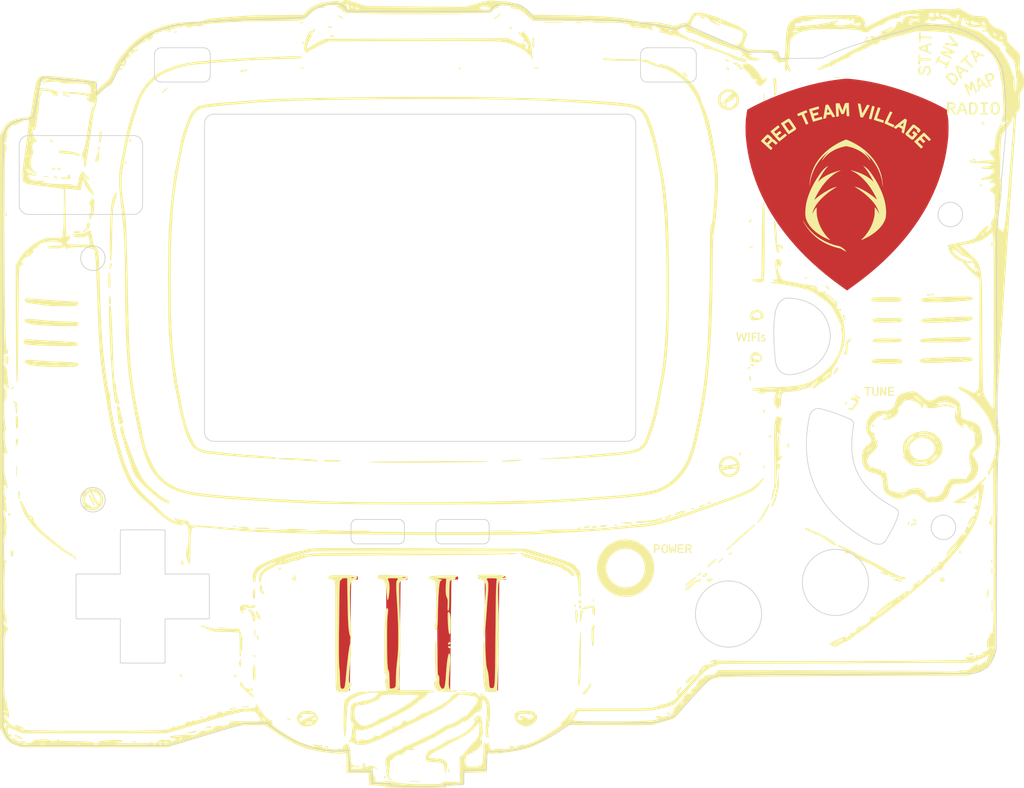
<source format=kicad_pcb>
(kicad_pcb (version 20211014) (generator pcbnew)
  (layers (0 "F.Cu" signal) (31 "B.Cu" signal) (34 "B.Paste" user) (35 "F.Paste" user) (36 "B.SilkS" user "B.Silkscreen") (37 "F.SilkS" user "F.Silkscreen") (38 "B.Mask" user) (39 "F.Mask" user) (44 "Edge.Cuts" user))
  (net 0 "")
  (footprint "LOGO" (layer "F.Cu") (at 112.231 113.121)
    (fp_text reference "G***" hide)
    (fp_text value "LOGO" hide)
  )
  (footprint "LOGO" (layer "F.Cu") (at 112.231 113.121)
    (fp_text reference "G***" hide)
    (fp_text value "LOGO" hide)
  )
  (footprint "LOGO" (layer "F.Cu") (at 112.231 113.121)
    (fp_text reference "G***" hide)
    (fp_text value "LOGO" hide)
  )
  (footprint "LOGO" (layer "F.Cu") (at 112.231 113.121)
    (fp_text reference "G***" hide)
    (fp_text value "LOGO" hide)
  )
  (footprint "LOGO" (layer "F.Cu") (at 112.231 113.121)
    (fp_text reference "G***" hide)
    (fp_text value "LOGO" hide)
  )
  (footprint "LOGO" (layer "F.Cu") (at 112.231 113.121)
    (fp_text reference "G***" hide)
    (fp_text value "LOGO" hide)
  )
  (footprint "LOGO" (layer "F.Cu") (at 112.231 113.121)
    (fp_text reference "G***" hide)
    (fp_text value "LOGO" hide)
    (fp_poly (pts (xy 18.118675 4.929766) (xy 18.378686 4.930386) (xy 18.631653 4.931331) (xy 18.87356 4.932566) (xy 19.100392 4.934053) (xy 19.308136 4.935758) (xy 19.492777 4.937644) (xy 19.6503 4.939676) (xy 19.776692 4.941818) (xy 19.867937 4.944033) (xy 19.912542 4.945812) (xy 20.150667 4.959213) (xy 20.150667 5.355167) (xy 19.265617 5.355167) (xy 19.253932 5.550958) (xy 19.252794 5.58723) (xy 19.251231 5.664212) (xy 19.249261 5.780282) (xy 19.246905 5.933819) (xy 19.244182 6.123202) (xy 19.241112 6.346809) (xy 19.237714 6.60302) (xy 19.234009 6.890213) (xy 19.230016 7.206766) (xy 19.225755 7.551058) (xy 19.221246 7.921469) (xy 19.216508 8.316376) (xy 19.21156 8.734159) (xy 19.206424 9.173196) (xy 19.201118 9.631866) (xy 19.195663 10.108548) (xy 19.190077 10.601619) (xy 19.184382 11.10946) (xy 19.178595 11.630448) (xy 19.172738 12.162963) (xy 19.16683 12.705383) (xy 19.166774 12.710583) (xy 19.160855 13.254293) (xy 19.154983 13.788685) (xy 19.149181 14.312108) (xy 19.143466 14.822908) (xy 19.13786 15.319434) (xy 19.132383 15.800031) (xy 19.127053 16.263048) (xy 19.121891 16.70683) (xy 19.116918 17.129727) (xy 19.112152 17.530084) (xy 19.107614 17.90625) (xy 19.103324 18.25657) (xy 19.099302 18.579393) (xy 19.095567 18.873066) (xy 19.09214 19.135936) (xy 19.089041 19.366349) (xy 19.086289 19.562654) (xy 19.083904 19.723198) (xy 19.081907 19.846327) (xy 19.080317 19.930389) (xy 19.079178 19.973151) (xy 19.067055 20.271886) (xy 18.566402 20.285703) (xy 18.401346 20.290468) (xy 18.228693 20.295819) (xy 18.060187 20.301367) (xy 17.907572 20.306722) (xy 17.782595 20.311494) (xy 17.757026 20.312552) (xy 17.448301 20.325584) (xy 17.435157 19.354417) (xy 17.433892 19.253188) (xy 17.432287 19.111594) (xy 17.430359 18.931601) (xy 17.428128 18.715176) (xy 17.42561 18.464285) (xy 17.422825 18.180895) (xy 17.419791 17.866972) (xy 17.416526 17.524483) (xy 17.413048 17.155394) (xy 17.409375 16.761671) (xy 17.405526 16.345282) (xy 17.401519 15.908193) (xy 17.397373 15.45237) (xy 17.393105 14.97978) (xy 17.388734 14.492389) (xy 17.384277 13.992163) (xy 17.379755 13.48107) (xy 17.375183 12.961076) (xy 17.370582 12.434147) (xy 17.366278 11.938) (xy 17.361756 11.417933) (xy 17.357278 10.908639) (xy 17.35286 10.411757) (xy 17.34852 9.928925) (xy 17.344272 9.461781) (xy 17.340133 9.011964) (xy 17.336119 8.581113) (xy 17.332246 8.170867) (xy 17.32853 7.782863) (xy 17.324987 7.418741) (xy 17.321634 7.080139) (xy 17.318487 6.768695) (xy 17.315561 6.486049) (xy 17.312873 6.233838) (xy 17.310439 6.013701) (xy 17.308275 5.827278) (xy 17.306397 5.676205) (xy 17.304821 5.562123) (xy 17.303564 5.486669) (xy 17.302641 5.451482) (xy 17.302457 5.449132) (xy 17.296139 5.433516) (xy 17.27991 5.419911) (xy 17.248342 5.406827) (xy 17.196006 5.392775) (xy 17.117473 5.376267) (xy 17.007315 5.355814) (xy 16.881019 5.333564) (xy 16.754802 5.311046) (xy 16.644152 5.290253) (xy 16.555346 5.272455) (xy 16.494663 5.258917) (xy 16.468381 5.250906) (xy 16.467786 5.250183) (xy 16.473603 5.225855) (xy 16.488892 5.171818) (xy 16.510599 5.0988) (xy 16.515419 5.082936) (xy 16.562933 4.927121) (xy 18.118675 4.929766)) (layer "F.Cu") (width 0.01) (fill solid))
    (fp_poly (pts (xy 4.635508 4.929766) (xy 4.89552 4.930386) (xy 5.148486 4.931331) (xy 5.390393 4.932566) (xy 5.617226 4.934053) (xy 5.82497 4.935758) (xy 6.00961 4.937644) (xy 6.167134 4.939676) (xy 6.293525 4.941818) (xy 6.38477 4.944033) (xy 6.429375 4.945812) (xy 6.6675 4.959213) (xy 6.6675 5.355167) (xy 5.782451 5.355167) (xy 5.770762 5.550958) (xy 5.769624 5.58723) (xy 5.76806 5.664212) (xy 5.76609 5.780282) (xy 5.763733 5.933819) (xy 5.761009 6.123202) (xy 5.757938 6.346809) (xy 5.754539 6.60302) (xy 5.750833 6.890213) (xy 5.746839 7.206766) (xy 5.742576 7.551058) (xy 5.738065 7.921469) (xy 5.733325 8.316376) (xy 5.728377 8.734159) (xy 5.723239 9.173196) (xy 5.717931 9.631866) (xy 5.712474 10.108547) (xy 5.706886 10.601619) (xy 5.701189 11.10946) (xy 5.695401 11.630448) (xy 5.689542 12.162963) (xy 5.683631 12.705383) (xy 5.683575 12.710583) (xy 5.677654 13.254292) (xy 5.671781 13.788685) (xy 5.665977 14.312108) (xy 5.660261 14.822908) (xy 5.654654 15.319434) (xy 5.649175 15.800031) (xy 5.643845 16.263047) (xy 5.638683 16.70683) (xy 5.633709 17.129727) (xy 5.628943 17.530084) (xy 5.624405 17.90625) (xy 5.620116 18.25657) (xy 5.616094 18.579393) (xy 5.61236 18.873066) (xy 5.608934 19.135936) (xy 5.605836 19.366349) (xy 5.603085 19.562654) (xy 5.600702 19.723198) (xy 5.598707 19.846327) (xy 5.597119 19.930389) (xy 5.595982 19.973151) (xy 5.583888 20.271886) (xy 5.083236 20.285703) (xy 4.918178 20.290468) (xy 4.745522 20.295819) (xy 4.577013 20.301368) (xy 4.424394 20.306723) (xy 4.299412 20.311495) (xy 4.273844 20.312552) (xy 3.965105 20.325585) (xy 3.951869 19.354417) (xy 3.950598 19.253189) (xy 3.948986 19.111595) (xy 3.947054 18.931602) (xy 3.944817 18.715176) (xy 3.942296 18.464285) (xy 3.939508 18.180895) (xy 3.936472 17.866972) (xy 3.933206 17.524483) (xy 3.929727 17.155394) (xy 3.926055 16.761671) (xy 3.922207 16.345282) (xy 3.918202 15.908193) (xy 3.914059 15.45237) (xy 3.909794 14.979779) (xy 3.905428 14.492388) (xy 3.900977 13.992163) (xy 3.89646 13.48107) (xy 3.891895 12.961075) (xy 3.887302 12.434146) (xy 3.883005 11.938) (xy 3.878492 11.417933) (xy 3.874022 10.908639) (xy 3.869613 10.411757) (xy 3.86528 9.928924) (xy 3.86104 9.461781) (xy 3.856908 9.011964) (xy 3.852901 8.581113) (xy 3.849035 8.170867) (xy 3.845325 7.782863) (xy 3.841789 7.418741) (xy 3.838441 7.080139) (xy 3.835299 6.768695) (xy 3.832378 6.486048) (xy 3.829694 6.233838) (xy 3.827263 6.013701) (xy 3.825102 5.827277) (xy 3.823227 5.676205) (xy 3.821653 5.562123) (xy 3.820396 5.486669) (xy 3.819474 5.451482) (xy 3.819291 5.449132) (xy 3.812972 5.433516) (xy 3.796743 5.419911) (xy 3.765175 5.406827) (xy 3.712839 5.392775) (xy 3.634307 5.376267) (xy 3.524148 5.355814) (xy 3.397852 5.333564) (xy 3.271635 5.311046) (xy 3.160985 5.290253) (xy 3.072179 5.272455) (xy 3.011497 5.258917) (xy 2.985215 5.250906) (xy 2.984619 5.250183) (xy 2.990436 5.225855) (xy 3.005725 5.171818) (xy 3.027432 5.0988) (xy 3.032253 5.082936) (xy 3.079766 4.927121) (xy 4.635508 4.929766)) (layer "F.Cu") (width 0.01) (fill solid))
    (fp_poly (pts (xy 72.555405 -61.990719) (xy 72.647955 -61.986774) (xy 72.743677 -61.979909) (xy 72.765708 -61.978039) (xy 73.703515 -61.878631) (xy 74.658996 -61.741868) (xy 75.630649 -61.568134) (xy 76.61697 -61.357813) (xy 77.616458 -61.11129) (xy 78.627608 -60.82895) (xy 79.648919 -60.511178) (xy 80.678888 -60.158357) (xy 81.716012 -59.770874) (xy 82.306583 -59.535952) (xy 82.778428 -59.341193) (xy 83.21815 -59.15323) (xy 83.634529 -58.96795) (xy 84.036346 -58.781237) (xy 84.43238 -58.588977) (xy 84.831413 -58.387056) (xy 85.242223 -58.171358) (xy 85.405626 -58.08364) (xy 85.534629 -58.013884) (xy 85.65081 -57.95084) (xy 85.749129 -57.897262) (xy 85.824547 -57.8559) (xy 85.872027 -57.829509) (xy 85.88666 -57.820895) (xy 85.892351 -57.797821) (xy 85.902738 -57.738634) (xy 85.916993 -57.649195) (xy 85.934287 -57.535362) (xy 85.953789 -57.402995) (xy 85.97467 -57.257952) (xy 85.996101 -57.106093) (xy 86.017253 -56.953277) (xy 86.037296 -56.805362) (xy 86.0554 -56.66821) (xy 86.070737 -56.547677) (xy 86.082477 -56.449624) (xy 86.088001 -56.398583) (xy 86.096643 -56.284523) (xy 86.103655 -56.135147) (xy 86.109036 -55.957441) (xy 86.112785 -55.75839) (xy 86.114902 -55.544982) (xy 86.115387 -55.324201) (xy 86.114238 -55.103033) (xy 86.111456 -54.888466) (xy 86.10704 -54.687483) (xy 86.100988 -54.507073) (xy 86.093301 -54.354219) (xy 86.088173 -54.281917) (xy 85.987011 -53.297864) (xy 85.84462 -52.323073) (xy 85.660973 -51.357449) (xy 85.43604 -50.400898) (xy 85.169792 -49.453325) (xy 84.8622 -48.514636) (xy 84.513236 -47.584738) (xy 84.122871 -46.663535) (xy 83.691075 -45.750933) (xy 83.21782 -44.846839) (xy 83.172101 -44.763913) (xy 82.662364 -43.884905) (xy 82.112018 -43.015384) (xy 81.521918 -42.156305) (xy 80.892917 -41.308619) (xy 80.225872 -40.473279) (xy 79.521637 -39.651239) (xy 78.781066 -38.843451) (xy 78.005014 -38.050868) (xy 77.194336 -37.274443) (xy 76.349888 -36.515129) (xy 75.472522 -35.773878) (xy 74.563095 -35.051644) (xy 74.236629 -34.802966) (xy 74.148989 -34.737329) (xy 74.039965 -34.656318) (xy 73.913531 -34.562834) (xy 73.77366 -34.459779) (xy 73.624326 -34.350053) (xy 73.469504 -34.236558) (xy 73.313167 -34.122195) (xy 73.15929 -34.009864) (xy 73.011846 -33.902468) (xy 72.87481 -33.802908) (xy 72.752155 -33.714083) (xy 72.647856 -33.638896) (xy 72.565885 -33.580248) (xy 72.510218 -33.541039) (xy 72.48525 -33.524401) (xy 72.463879 -33.533715) (xy 72.412363 -33.565433) (xy 72.334644 -33.616859) (xy 72.234665 -33.685293) (xy 72.116367 -33.768037) (xy 71.983692 -33.862393) (xy 71.840583 -33.965662) (xy 71.839667 -33.966328) (xy 71.5292 -34.192482) (xy 71.249003 -34.397814) (xy 70.99462 -34.585716) (xy 70.761596 -34.759581) (xy 70.545478 -34.922802) (xy 70.341811 -35.078772) (xy 70.146139 -35.230884) (xy 69.954009 -35.382529) (xy 69.760965 -35.537102) (xy 69.562554 -35.697995) (xy 69.514057 -35.737587) (xy 68.614305 -36.495406) (xy 67.754513 -37.265534) (xy 66.933881 -38.04884) (xy 66.151613 -38.846187) (xy 65.40691 -39.658444) (xy 64.698975 -40.486475) (xy 64.027009 -41.331146) (xy 63.390214 -42.193325) (xy 62.871619 -42.947167) (xy 62.337153 -43.784596) (xy 61.837224 -44.63773) (xy 61.372819 -45.504345) (xy 60.944925 -46.382213) (xy 60.554529 -47.269109) (xy 60.202618 -48.162807) (xy 59.890179 -49.061082) (xy 59.6182 -49.961706) (xy 59.417392 -50.7365) (xy 59.261417 -51.43649) (xy 59.125979 -52.144545) (xy 59.012659 -52.850726) (xy 58.923038 -53.545091) (xy 58.858697 -54.217701) (xy 58.854152 -54.27748) (xy 58.838226 -54.539483) (xy 58.827416 -54.821959) (xy 58.821622 -55.117048) (xy 58.820742 -55.416892) (xy 58.824674 -55.713631) (xy 58.833316 -55.999405) (xy 58.846566 -56.266356) (xy 58.864322 -56.506623) (xy 58.885594 -56.7055) (xy 58.909694 -56.887322) (xy 58.934632 -57.066436) (xy 58.959602 -57.237801) (xy 58.9838 -57.396376) (xy 59.006419 -57.537117) (xy 59.026655 -57.654985) (xy 59.043701 -57.744936) (xy 59.056752 -57.801928) (xy 59.063708 -57.820334) (xy 59.098253 -57.846414) (xy 59.167099 -57.888752) (xy 59.266346 -57.945361) (xy 59.392097 -58.014256) (xy 59.54045 -58.093449) (xy 59.707508 -58.180954) (xy 59.889371 -58.274785) (xy 60.08214 -58.372954) (xy 60.281915 -58.473476) (xy 60.484799 -58.574364) (xy 60.68689 -58.673631) (xy 60.884291 -58.76929) (xy 61.073103 -58.859355) (xy 61.249425 -58.94184) (xy 61.398579 -59.009917) (xy 62.310672 -59.405704) (xy 63.233248 -59.777927) (xy 64.162759 -60.125568) (xy 65.095656 -60.447611) (xy 66.028392 -60.743038) (xy 66.957417 -61.010834) (xy 67.879184 -61.24998) (xy 68.790144 -61.459461) (xy 69.686749 -61.63826) (xy 70.56545 -61.785359) (xy 71.4227 -61.899741) (xy 71.522167 -61.911021) (xy 71.750585 -61.936034) (xy 71.942657 -61.955998) (xy 72.104026 -61.971216) (xy 72.24034 -61.981993) (xy 72.357244 -61.988633) (xy 72.460384 -61.99144) (xy 72.555405 -61.990719)) (layer "F.Cu") (width 0.01) (fill solid))
    (fp_poly (pts (xy 11.223593 4.925994) (xy 11.480255 4.926992) (xy 11.731699 4.928313) (xy 11.973569 4.929911) (xy 12.201504 4.931743) (xy 12.411149 4.933765) (xy 12.598143 4.935932) (xy 12.75813 4.938202) (xy 12.886751 4.940529) (xy 12.979647 4.94287) (xy 13.012208 4.94407) (xy 13.313833 4.957401) (xy 13.313833 5.355167) (xy 12.429592 5.355167) (xy 12.416629 5.868458) (xy 12.415351 5.930854) (xy 12.413629 6.033811) (xy 12.411485 6.17556) (xy 12.40894 6.354331) (xy 12.406016 6.568354) (xy 12.402735 6.815861) (xy 12.399119 7.09508) (xy 12.395188 7.404244) (xy 12.390966 7.741582) (xy 12.386473 8.105324) (xy 12.381731 8.493702) (xy 12.376762 8.904945) (xy 12.371587 9.337284) (xy 12.366229 9.78895) (xy 12.360709 10.258173) (xy 12.355048 10.743183) (xy 12.349268 11.24221) (xy 12.343391 11.753486) (xy 12.337439 12.275241) (xy 12.331433 12.805705) (xy 12.329048 13.0175) (xy 12.323074 13.548409) (xy 12.317195 14.070092) (xy 12.311432 14.580847) (xy 12.305803 15.078975) (xy 12.300329 15.562774) (xy 12.295027 16.030545) (xy 12.289919 16.480586) (xy 12.285022 16.911197) (xy 12.280358 17.320678) (xy 12.275945 17.707328) (xy 12.271802 18.069447) (xy 12.267949 18.405334) (xy 12.264406 18.713288) (xy 12.261192 18.99161) (xy 12.258327 19.238598) (xy 12.255829 19.452553) (xy 12.253718 19.631773) (xy 12.252014 19.774558) (xy 12.250736 19.879207) (xy 12.249904 19.944021) (xy 12.249674 19.960167) (xy 12.244917 20.267083) (xy 11.885083 20.28016) (xy 11.745818 20.2851) (xy 11.578642 20.290838) (xy 11.397956 20.296892) (xy 11.218165 20.302778) (xy 11.064875 20.307663) (xy 10.6045 20.32209) (xy 10.604302 19.966503) (xy 10.604085 19.916933) (xy 10.603476 19.826749) (xy 10.602491 19.697666) (xy 10.601146 19.531402) (xy 10.599455 19.329674) (xy 10.597435 19.094198) (xy 10.595101 18.826691) (xy 10.592469 18.528869) (xy 10.589554 18.20245) (xy 10.586371 17.849149) (xy 10.582937 17.470685) (xy 10.579267 17.068772) (xy 10.575376 16.645129) (xy 10.571279 16.201472) (xy 10.566994 15.739517) (xy 10.562534 15.260982) (xy 10.557916 14.767582) (xy 10.553155 14.261035) (xy 10.548266 13.743058) (xy 10.543266 13.215366) (xy 10.540983 12.975167) (xy 10.535928 12.442323) (xy 10.530979 11.917769) (xy 10.52615 11.40326) (xy 10.521458 10.900549) (xy 10.516918 10.411389) (xy 10.512547 9.937535) (xy 10.508358 9.480739) (xy 10.504369 9.042756) (xy 10.500595 8.625338) (xy 10.497051 8.23024) (xy 10.493753 7.859215) (xy 10.490716 7.514017) (xy 10.487957 7.196399) (xy 10.485491 6.908116) (xy 10.483334 6.650919) (xy 10.481501 6.426564) (xy 10.480007 6.236804) (xy 10.478869 6.083392) (xy 10.478102 5.968083) (xy 10.477722 5.892628) (xy 10.477681 5.873552) (xy 10.4775 5.407687) (xy 10.059458 5.335952) (xy 9.931895 5.313833) (xy 9.819288 5.29387) (xy 9.72803 5.277232) (xy 9.664515 5.26509) (xy 9.635134 5.258611) (xy 9.63394 5.258117) (xy 9.636698 5.236718) (xy 9.65058 5.185089) (xy 9.672872 5.113007) (xy 9.681533 5.086634) (xy 9.736603 4.92125) (xy 11.223593 4.925994)) (layer "F.Cu") (width 0.01) (fill solid))
    (fp_poly (pts (xy 24.485219 4.925987) (xy 24.741712 4.926991) (xy 24.993593 4.928321) (xy 25.236404 4.929933) (xy 25.465688 4.931782) (xy 25.676988 4.933823) (xy 25.865846 4.936011) (xy 26.027806 4.9383) (xy 26.15841 4.940647) (xy 26.253201 4.943007) (xy 26.283708 4.94409) (xy 26.6065 4.957457) (xy 26.6065 5.355167) (xy 25.696333 5.355167) (xy 25.696165 5.434542) (xy 25.695904 5.461602) (xy 25.695158 5.529424) (xy 25.693945 5.636438) (xy 25.692285 5.781077) (xy 25.690195 5.96177) (xy 25.687695 6.176948) (xy 25.684801 6.425044) (xy 25.681534 6.704488) (xy 25.677911 7.013711) (xy 25.673951 7.351144) (xy 25.669673 7.715219) (xy 25.665094 8.104367) (xy 25.660233 8.517018) (xy 25.655109 8.951603) (xy 25.649739 9.406555) (xy 25.644144 9.880303) (xy 25.63834 10.37128) (xy 25.632346 10.877915) (xy 25.626181 11.398641) (xy 25.619864 11.931889) (xy 25.613412 12.476089) (xy 25.611635 12.625917) (xy 25.605131 13.17498) (xy 25.598757 13.714535) (xy 25.592532 14.242957) (xy 25.586475 14.758624) (xy 25.580604 15.259909) (xy 25.574937 15.745191) (xy 25.569494 16.212843) (xy 25.564293 16.661243) (xy 25.559352 17.088766) (xy 25.55469 17.493788) (xy 25.550326 17.874686) (xy 25.546278 18.229834) (xy 25.542565 18.557609) (xy 25.539206 18.856387) (xy 25.536218 19.124544) (xy 25.533622 19.360455) (xy 25.531434 19.562497) (xy 25.529675 19.729045) (xy 25.528362 19.858476) (xy 25.527514 19.949166) (xy 25.527149 19.999489) (xy 25.527136 20.00477) (xy 25.527 20.271623) (xy 25.013708 20.285506) (xy 24.847035 20.290232) (xy 24.672974 20.295551) (xy 24.503026 20.301083) (xy 24.348695 20.306451) (xy 24.221481 20.311277) (xy 24.188208 20.312652) (xy 23.876 20.325915) (xy 23.875802 19.693249) (xy 23.875583 19.621098) (xy 23.874968 19.508425) (xy 23.873974 19.357041) (xy 23.872617 19.168757) (xy 23.870911 18.945381) (xy 23.868873 18.688726) (xy 23.866519 18.4006) (xy 23.863864 18.082814) (xy 23.860924 17.737178) (xy 23.857714 17.365503) (xy 23.854252 16.969598) (xy 23.850552 16.551273) (xy 23.84663 16.11234) (xy 23.842501 15.654607) (xy 23.838183 15.179886) (xy 23.83369 14.689986) (xy 23.829038 14.186717) (xy 23.824243 13.67189) (xy 23.819321 13.147316) (xy 23.814288 12.614803) (xy 23.812483 12.424833) (xy 23.807451 11.895314) (xy 23.802524 11.375697) (xy 23.797716 10.867645) (xy 23.793044 10.37282) (xy 23.788522 9.892885) (xy 23.784166 9.429503) (xy 23.779991 8.984334) (xy 23.776013 8.559043) (xy 23.772248 8.155292) (xy 23.76871 7.774742) (xy 23.765415 7.419056) (xy 23.762378 7.089898) (xy 23.759616 6.788928) (xy 23.757142 6.51781) (xy 23.754974 6.278206) (xy 23.753125 6.071779) (xy 23.751612 5.900191) (xy 23.75045 5.765104) (xy 23.749654 5.66818) (xy 23.74924 5.611083) (xy 23.749181 5.597881) (xy 23.749 5.40668) (xy 23.335219 5.334901) (xy 23.208431 5.312372) (xy 23.096738 5.291504) (xy 23.00654 5.273578) (xy 22.944239 5.259873) (xy 22.916237 5.25167) (xy 22.915358 5.250936) (xy 22.918435 5.226387) (xy 22.932048 5.172217) (xy 22.95347 5.099005) (xy 22.9594 5.08) (xy 23.009522 4.92125) (xy 24.485219 4.925987)) (layer "F.Cu") (width 0.01) (fill solid))
  )
  (gr_line (start 81.6274 75.2648) (end 81.6354 75.1017) (layer "Edge.Cuts") (width 0.1))
  (gr_line (start 177.815 90.8287) (end 177.442 90.894) (layer "Edge.Cuts") (width 0.1))
  (gr_line (start 86.9628 129.579) (end 86.9738 129.634) (layer "Edge.Cuts") (width 0.1))
  (gr_line (start 165.613 119.973) (end 165.939 119.677) (layer "Edge.Cuts") (width 0.1))
  (gr_line (start 196.386 112.5097) (end 196.289 112.3794) (layer "Edge.Cuts") (width 0.1))
  (gr_line (start 200.214 69.0553) (end 200.239 69.2191) (layer "Edge.Cuts") (width 0.1))
  (gr_line (start 165.069 125.608) (end 164.846 125.241) (layer "Edge.Cuts") (width 0.1))
  (gr_line (start 71.4663 139.128) (end 71.6532 139.546) (layer "Edge.Cuts") (width 0.1))
  (gr_line (start 84.856 75.7447) (end 84.8018 75.8962) (layer "Edge.Cuts") (width 0.1))
  (gr_line (start 73.3674 68.1011) (end 73.3674 60.0434) (layer "Edge.Cuts") (width 0.1))
  (gr_line (start 137.265 41.3968) (end 137.164 41.4758) (layer "Edge.Cuts") (width 0.1))
  (gr_line (start 161.562 136.896) (end 165.857 132.167) (layer "Edge.Cuts") (width 0.1))
  (gr_line (start 197.321 70.4335) (end 197.224 70.3032) (layer "Edge.Cuts") (width 0.1))
  (gr_line (start 116.464 41.0969) (end 116.298 41.0546) (layer "Edge.Cuts") (width 0.1))
  (gr_line (start 157.667 46.9766) (end 157.853 46.958) (layer "Edge.Cuts") (width 0.1))
  (gr_line (start 88.7922 69.3729) (end 74.5439 69.3729) (layer "Edge.Cuts") (width 0.1))
  (gr_line (start 167.259 131.465) (end 167.598 131.408) (layer "Edge.Cuts") (width 0.1))
  (gr_line (start 199.97 70.3032) (end 199.873 70.4335) (layer "Edge.Cuts") (width 0.1))
  (gr_line (start 123.321 146.295) (end 130.632 146.353) (layer "Edge.Cuts") (width 0.1))
  (gr_line (start 155.042 99.8925) (end 99.5271 99.8925) (layer "Edge.Cuts") (width 0.1))
  (gr_line (start 91.5761 47.6922) (end 91.6296 47.5193) (layer "Edge.Cuts") (width 0.1))
  (gr_line (start 189.588 107.9145) (end 189.164 107.6196) (layer "Edge.Cuts") (width 0.1))
  (gr_line (start 181.845 114.612) (end 182.267 114.506) (layer "Edge.Cuts") (width 0.1))
  (gr_line (start 197.825 113.1059) (end 197.662 113.114) (layer "Edge.Cuts") (width 0.1))
  (gr_line (start 197.966 70.9122) (end 197.82 70.8434) (layer "Edge.Cuts") (width 0.1))
  (gr_line (start 181.819 83.3106) (end 181.97 83.6084) (layer "Edge.Cuts") (width 0.1))
  (gr_line (start 81.1528 123.769) (end 86.9628 123.769) (layer "Edge.Cuts") (width 0.1))
  (gr_line (start 177.442 90.894) (end 177.127 90.9283) (layer "Edge.Cuts") (width 0.1))
  (gr_line (start 72.2227 140.263) (end 72.4233 140.407) (layer "Edge.Cuts") (width 0.1))
  (gr_line (start 200.239 69.2191) (end 200.247 69.3878) (layer "Edge.Cuts") (width 0.1))
  (gr_line (start 188.259 113.609) (end 188.572 113.693) (layer "Edge.Cuts") (width 0.1))
  (gr_line (start 92.8431 111.7974) (end 87.1034 111.7974) (layer "Edge.Cuts") (width 0.1))
  (gr_line (start 86.9738 129.634) (end 87.0039 129.678) (layer "Edge.Cuts") (width 0.1))
  (gr_line (start 90.1015 45.7402) (end 89.5432 46.162) (layer "Edge.Cuts") (width 0.1))
  (gr_line (start 182.852 47.6854) (end 182.107 48.0081) (layer "Edge.Cuts") (width 0.1))
  (gr_line (start 198.439 110.0084) (end 198.578 110.0912) (layer "Edge.Cuts") (width 0.1))
  (gr_line (start 200.889 44.88) (end 200.512 44.711) (layer "Edge.Cuts") (width 0.1))
  (gr_line (start 81.753 75.8962) (end 81.6987 75.7447) (layer "Edge.Cuts") (width 0.1))
  (gr_line (start 137.164 41.4758) (end 137.081 41.5615) (layer "Edge.Cuts") (width 0.1))
  (gr_line (start 155.922 56.2556) (end 156.073 56.4393) (layer "Edge.Cuts") (width 0.1))
  (gr_line (start 202.278 130.95) (end 202.57 130.846) (layer "Edge.Cuts") (width 0.1))
  (gr_line (start 84.8018 108.3729) (end 84.733 108.5184) (layer "Edge.Cuts") (width 0.1))
  (gr_line (start 180.849 82.0983) (end 181.067 82.3057) (layer "Edge.Cuts") (width 0.1))
  (gr_line (start 181.061 89.089) (end 180.842 89.3078) (layer "Edge.Cuts") (width 0.1))
  (gr_line (start 177.911 80.7278) (end 178.392 80.8333) (layer "Edge.Cuts") (width 0.1))
  (gr_line (start 81.6987 108.2213) (end 81.6594 108.0648) (layer "Edge.Cuts") (width 0.1))
  (gr_line (start 179.726 104.1227) (end 179.923 104.7695) (layer "Edge.Cuts") (width 0.1))
  (gr_line (start 182.22 84.2638) (end 182.316 84.6225) (layer "Edge.Cuts") (width 0.1))
  (gr_line (start 71.6532 139.546) (end 71.7666 139.742) (layer "Edge.Cuts") (width 0.1))
  (gr_line (start 117.713 141.471) (end 117.838 144.263) (layer "Edge.Cuts") (width 0.1))
  (gr_line (start 175.075 82.4131) (end 175.16 82.1097) (layer "Edge.Cuts") (width 0.1))
  (gr_line (start 185.82 103.4555) (end 185.705 103.1075) (layer "Edge.Cuts") (width 0.1))
  (gr_line (start 142.665 140.62) (end 143.357 140.327) (layer "Edge.Cuts") (width 0.1))
  (gr_line (start 98.8931 117.789) (end 98.8484 117.759) (layer "Edge.Cuts") (width 0.1))
  (gr_line (start 175.082 89.2104) (end 174.991 88.2527) (layer "Edge.Cuts") (width 0.1))
  (gr_line (start 160.058 137.424) (end 160.799 137.184) (layer "Edge.Cuts") (width 0.1))
  (gr_line (start 190.355 112.4716) (end 190.853 111.566) (layer "Edge.Cuts") (width 0.1))
  (gr_line (start 183.647 110.4271) (end 184.084 110.821) (layer "Edge.Cuts") (width 0.1))
  (gr_line (start 185.96 115.428) (end 186.287 115.723) (layer "Edge.Cuts") (width 0.1))
  (gr_line (start 200.987 131.156) (end 201.326 131.134) (layer "Edge.Cuts") (width 0.1))
  (gr_line (start 183.595 47.3833) (end 182.852 47.6854) (layer "Edge.Cuts") (width 0.1))
  (gr_line (start 146.579 138.508) (end 147.791 137.671) (layer "Edge.Cuts") (width 0.1))
  (gr_line (start 175.026 82.6606) (end 175.075 82.4131) (layer "Edge.Cuts") (width 0.1))
  (gr_line (start 74.715 56.4681) (end 74.1238 56.5756) (layer "Edge.Cuts") (width 0.1))
  (gr_line (start 200.176 69.8677) (end 200.121 70.0192) (layer "Edge.Cuts") (width 0.1))
  (gr_line (start 81.9046 106.826) (end 82.001 106.6957) (layer "Edge.Cuts") (width 0.1))
  (gr_line (start 125.121 113.175) (end 125.059 113.315) (layer "Edge.Cuts") (width 0.1))
  (gr_line (start 76.3591 51.0905) (end 76.3064 51.1556) (layer "Edge.Cuts") (width 0.1))
  (gr_line (start 137.924 41.1585) (end 137.713 41.2053) (layer "Edge.Cuts") (width 0.1))
  (gr_line (start 114.85 141.458) (end 115.247 141.491) (layer "Edge.Cuts") (width 0.1))
  (gr_line (start 83.2774 106.0914) (end 83.4404 106.0995) (layer "Edge.Cuts") (width 0.1))
  (gr_line (start 175.466 81.4372) (end 175.577 81.274) (layer "Edge.Cuts") (width 0.1))
  (gr_line (start 136.275 113.538) (end 136.161 113.614) (layer "Edge.Cuts") (width 0.1))
  (gr_line (start 157.005 47.5193) (end 157.089 47.363) (layer "Edge.Cuts") (width 0.1))
  (gr_line (start 181.468 88.5979) (end 181.27 88.8526) (layer "Edge.Cuts") (width 0.1))
  (gr_line (start 172.861 124.852) (end 172.673 125.241) (layer "Edge.Cuts") (width 0.1))
  (gr_line (start 179.437 116.401) (end 179.697 116.05) (layer "Edge.Cuts") (width 0.1))
  (gr_line (start 163.873 47.0301) (end 164.03 47.1147) (layer "Edge.Cuts") (width 0.1))
  (gr_line (start 165.939 119.677) (end 166.29 119.417) (layer "Edge.Cuts") (width 0.1))
  (gr_line (start 81.0123 117.889) (end 81.0123 123.628) (layer "Edge.Cuts") (width 0.1))
  (gr_line (start 155.527 99.7951) (end 155.293 99.8673) (layer "Edge.Cuts") (width 0.1))
  (gr_line (start 156.187 99.1346) (end 156.073 99.3456) (layer "Edge.Cuts") (width 0.1))
  (gr_line (start 164.435 47.8781) (end 164.435 50.6569) (layer "Edge.Cuts") (width 0.1))
  (gr_line (start 173.21 123.12) (end 173.21 123.12) (layer "Edge.Cuts") (width 0.1))
  (gr_line (start 183.203 96.1409) (end 182.217 95.8149) (layer "Edge.Cuts") (width 0.1))
  (gr_line (start 117.004 41.3971) (end 116.888 41.3023) (layer "Edge.Cuts") (width 0.1))
  (gr_line (start 86.9738 111.8832) (end 86.9628 111.938) (layer "Edge.Cuts") (width 0.1))
  (gr_line (start 74.1238 56.5756) (end 73.5347 56.6886) (layer "Edge.Cuts") (width 0.1))
  (gr_line (start 86.9628 123.769) (end 86.9628 129.579) (layer "Edge.Cuts") (width 0.1))
  (gr_line (start 136.376 110.6415) (end 136.459 110.7637) (layer "Edge.Cuts") (width 0.1))
  (gr_line (start 81.0534 123.728) (end 81.098 123.758) (layer "Edge.Cuts") (width 0.1))
  (gr_line (start 113.509 141.236) (end 113.986 141.334) (layer "Edge.Cuts") (width 0.1))
  (gr_line (start 111.8575 140.761) (end 112.449 140.953) (layer "Edge.Cuts") (width 0.1))
  (gr_line (start 116.298 41.0546) (end 115.928 41.0088) (layer "Edge.Cuts") (width 0.1))
  (gr_line (start 181.358 48.3537) (end 175.628 48.4229) (layer "Edge.Cuts") (width 0.1))
  (gr_line (start 73.3913 59.7865) (end 73.4596 59.5475) (layer "Edge.Cuts") (width 0.1))
  (gr_line (start 180.454 95.5365) (end 180.268 95.628) (layer "Edge.Cuts") (width 0.1))
  (gr_line (start 179.702 96.2548) (end 179.702 96.2548) (layer "Edge.Cuts") (width 0.1))
  (gr_line (start 99.0426 55.9898) (end 99.2761 55.9176) (layer "Edge.Cuts") (width 0.1))
  (gr_line (start 202.011 45.5275) (end 201.637 45.2868) (layer "Edge.Cuts") (width 0.1))
  (gr_line (start 175.862 90.6072) (end 175.739 90.5129) (layer "Edge.Cuts") (width 0.1))
  (gr_line (start 87.1034 129.719) (end 92.8431 129.719) (layer "Edge.Cuts") (width 0.1))
  (gr_line (start 83.7572 73.6861) (end 83.9088 73.7404) (layer "Edge.Cuts") (width 0.1))
  (gr_line (start 82.6459 109.2658) (end 82.5004 109.197) (layer "Edge.Cuts") (width 0.1))
  (gr_line (start 185.106 96.9004) (end 184.164 96.506) (layer "Edge.Cuts") (width 0.1))
  (gr_line (start 117.197 41.6264) (end 117.107 41.5051) (layer "Edge.Cuts") (width 0.1))
  (gr_line (start 186.103 104.1389) (end 185.952 103.7992) (layer "Edge.Cuts") (width 0.1))
  (gr_line (start 83.7525 51.978) (end 83.748 51.8891) (layer "Edge.Cuts") (width 0.1))
  (gr_line (start 89.9448 59.7865) (end 89.9686 60.0434) (layer "Edge.Cuts") (width 0.1))
  (gr_line (start 84.9274 75.2648) (end 84.9193 75.4279) (layer "Edge.Cuts") (width 0.1))
  (gr_line (start 83.7572 106.1628) (end 83.9088 106.217) (layer "Edge.Cuts") (width 0.1))
  (gr_line (start 204.708 48.1211) (end 204.383 47.6911) (layer "Edge.Cuts") (width 0.1))
  (gr_line (start 83.9088 73.7404) (end 84.0543 73.8092) (layer "Edge.Cuts") (width 0.1))
  (gr_line (start 157.005 51.0158) (end 156.951 50.8428) (layer "Edge.Cuts") (width 0.1))
  (gr_line (start 187.569 118.431) (end 187.59 118.871) (layer "Edge.Cuts") (width 0.1))
  (gr_line (start 164.03 51.4203) (end 163.873 51.505) (layer "Edge.Cuts") (width 0.1))
  (gr_line (start 89.6248 69.0012) (end 89.4508 69.1562) (layer "Edge.Cuts") (width 0.1))
  (gr_line (start 91.9625 51.4203) (end 91.8264 51.3081) (layer "Edge.Cuts") (width 0.1))
  (gr_line (start 199.374 70.8434) (end 199.228 70.9122) (layer "Edge.Cuts") (width 0.1))
  (gr_line (start 199.312 111.464) (end 199.312 111.464) (layer "Edge.Cuts") (width 0.1))
  (gr_line (start 198.428 67.7463) (end 198.597 67.7378) (layer "Edge.Cuts") (width 0.1))
  (gr_line (start 164.363 51.0158) (end 164.278 51.1721) (layer "Edge.Cuts") (width 0.1))
  (gr_line (start 191.45 110.1973) (end 191.59 109.7371) (layer "Edge.Cuts") (width 0.1))
  (gr_line (start 92.9426 111.8385) (end 92.8979 111.8085) (layer "Edge.Cuts") (width 0.1))
  (gr_line (start 197.82 70.8434) (end 197.682 70.7606) (layer "Edge.Cuts") (width 0.1))
  (gr_line (start 178.891 80.982) (end 179.398 81.1784) (layer "Edge.Cuts") (width 0.1))
  (gr_line (start 133.167 144.178) (end 136.208 144.096) (layer "Edge.Cuts") (width 0.1))
  (gr_line (start 155.042 55.8925) (end 155.293 55.9176) (layer "Edge.Cuts") (width 0.1))
  (gr_line (start 174.876 84.1689) (end 174.926 83.479) (layer "Edge.Cuts") (width 0.1))
  (gr_line (start 156.187 56.6504) (end 156.26 56.8839) (layer "Edge.Cuts") (width 0.1))
  (gr_line (start 87.0486 111.8085) (end 87.0039 111.8385) (layer "Edge.Cuts") (width 0.1))
  (gr_line (start 164.833 121.024) (end 165.057 120.651) (layer "Edge.Cuts") (width 0.1))
  (gr_line (start 112.449 140.953) (end 112.999 141.11) (layer "Edge.Cuts") (width 0.1))
  (gr_line (start 181.311 107.6583) (end 181.657 108.1704) (layer "Edge.Cuts") (width 0.1))
  (gr_line (start 118.672 110.4002) (end 124.498 110.4002) (layer "Edge.Cuts") (width 0.1))
  (gr_line (start 144.031 140.006) (end 144.688 139.661) (layer "Edge.Cuts") (width 0.1))
  (gr_line (start 84.9274 107.7414) (end 84.9193 107.9045) (layer "Edge.Cuts") (width 0.1))
  (gr_line (start 167.465 118.862) (end 167.887 118.755) (layer "Edge.Cuts") (width 0.1))
  (gr_line (start 97.4167 43.5514) (end 96.2361 43.6577) (layer "Edge.Cuts") (width 0.1))
  (gr_line (start 124.634 113.662) (end 124.498 113.679) (layer "Edge.Cuts") (width 0.1))
  (gr_line (start 108.8812 139.344) (end 109.4076 139.652) (layer "Edge.Cuts") (width 0.1))
  (gr_line (start 185.578 97.6186) (end 185.576 97.489) (layer "Edge.Cuts") (width 0.1))
  (gr_line (start 117.339 41.9092) (end 117.275 41.7611) (layer "Edge.Cuts") (width 0.1))
  (gr_line (start 84.5537 108.7871) (end 84.4441 108.9082) (layer "Edge.Cuts") (width 0.1))
  (gr_line (start 164.331 122.68) (end 164.395 122.248) (layer "Edge.Cuts") (width 0.1))
  (gr_line (start 166.089 131.958) (end 166.348 131.788) (layer "Edge.Cuts") (width 0.1))
  (gr_line (start 181.274 82.5301) (end 181.469 82.772) (layer "Edge.Cuts") (width 0.1))
  (gr_line (start 84.1928 73.892) (end 84.3231 73.9885) (layer "Edge.Cuts") (width 0.1))
  (gr_line (start 194.922 43.9888) (end 194.574 44.0394) (layer "Edge.Cuts") (width 0.1))
  (gr_line (start 186.583 116.05) (end 186.843 116.401) (layer "Edge.Cuts") (width 0.1))
  (gr_line (start 185.576 97.489) (end 185.553 97.3678) (layer "Edge.Cuts") (width 0.1))
  (gr_line (start 81.098 117.759) (end 81.0534 117.789) (layer "Edge.Cuts") (width 0.1))
  (gr_line (start 205.805 51.4073) (end 205.739 50.733) (layer "Edge.Cuts") (width 0.1))
  (gr_line (start 98.9028 47.363) (end 98.9874 47.5193) (layer "Edge.Cuts") (width 0.1))
  (gr_line (start 187.343 46.0938) (end 185.829 46.5752) (layer "Edge.Cuts") (width 0.1))
  (gr_line (start 200.131 44.5631) (end 199.744 44.4349) (layer "Edge.Cuts") (width 0.1))
  (gr_line (start 84.6501 106.826) (end 84.733 106.9645) (layer "Edge.Cuts") (width 0.1))
  (gr_line (start 149.808 43.1974) (end 147.451 43.1694) (layer "Edge.Cuts") (width 0.1))
  (gr_line (start 190.517 108.4946) (end 190.038 108.2062) (layer "Edge.Cuts") (width 0.1))
  (gr_line (start 83.6359 51.6799) (end 83.5627 51.6359) (layer "Edge.Cuts") (width 0.1))
  (gr_line (start 184.532 111.1969) (end 184.987 111.5551) (layer "Edge.Cuts") (width 0.1))
  (gr_line (start 92.1165 44.6205) (end 91.6227 44.8478) (layer "Edge.Cuts") (width 0.1))
  (gr_line (start 200.173 68.8971) (end 200.214 69.0553) (layer "Edge.Cuts") (width 0.1))
  (gr_line (start 136.034 113.662) (end 135.898 113.679) (layer "Edge.Cuts") (width 0.1))
  (gr_line (start 159.342 137.611) (end 160.058 137.424) (layer "Edge.Cuts") (width 0.1))
  (gr_line (start 197.141 70.1648) (end 197.073 70.0192) (layer "Edge.Cuts") (width 0.1))
  (gr_line (start 118.11 110.7637) (end 118.193 110.6415) (layer "Edge.Cuts") (width 0.1))
  (gr_line (start 175.577 81.274) (end 175.703 81.1192) (layer "Edge.Cuts") (width 0.1))
  (gr_line (start 83.3574 51.5988) (end 76.7438 50.9731) (layer "Edge.Cuts") (width 0.1))
  (gr_line (start 187.398 120.165) (end 187.252 120.574) (layer "Edge.Cuts") (width 0.1))
  (gr_line (start 203.821 129.945) (end 204.023 129.681) (layer "Edge.Cuts") (width 0.1))
  (gr_line (start 203.602 130.18) (end 203.821 129.945) (layer "Edge.Cuts") (width 0.1))
  (gr_line (start 87.0039 111.8385) (end 86.9738 111.8832) (layer "Edge.Cuts") (width 0.1))
  (gr_line (start 155.527 55.9898) (end 155.738 56.1041) (layer "Edge.Cuts") (width 0.1))
  (gr_line (start 182.468 85.8295) (end 182.414 86.2524) (layer "Edge.Cuts") (width 0.1))
  (gr_line (start 92.8979 129.708) (end 92.9426 129.678) (layer "Edge.Cuts") (width 0.1))
  (gr_line (start 81.6987 74.7849) (end 81.753 74.6334) (layer "Edge.Cuts") (width 0.1))
  (gr_line (start 205.61 50.0392) (end 205.507 49.6802) (layer "Edge.Cuts") (width 0.1))
  (gr_line (start 182.118 87.3844) (end 181.98 87.7182) (layer "Edge.Cuts") (width 0.1))
  (gr_line (start 180.615 89.5095) (end 180.382 89.6949) (layer "Edge.Cuts") (width 0.1))
  (gr_line (start 84.5537 74.2191) (end 84.6501 74.3494) (layer "Edge.Cuts") (width 0.1))
  (gr_line (start 178.775 117.998) (end 178.881 117.576) (layer "Edge.Cuts") (width 0.1))
  (gr_line (start 142.032 42.2126) (end 141.647 41.8513) (layer "Edge.Cuts") (width 0.1))
  (gr_line (start 71.7346 57.7946) (end 71.539 58.1196) (layer "Edge.Cuts") (width 0.1))
  (gr_line (start 197.021 68.8971) (end 197.077 68.7455) (layer "Edge.Cuts") (width 0.1))
  (gr_line (start 186.583 121.691) (end 186.287 122.018) (layer "Edge.Cuts") (width 0.1))
  (gr_line (start 198.294 112.9884) (end 198.142 113.0427) (layer "Edge.Cuts") (width 0.1))
  (gr_line (start 172.194 120.289) (end 172.45 120.631) (layer "Edge.Cuts") (width 0.1))
  (gr_line (start 81.6594 107.418) (end 81.6987 107.2616) (layer "Edge.Cuts") (width 0.1))
  (gr_line (start 206.014 53.8631) (end 205.984 53.2616) (layer "Edge.Cuts") (width 0.1))
  (gr_line (start 73.5678 68.8131) (end 73.4596 68.5971) (layer "Edge.Cuts") (width 0.1))
  (gr_line (start 99.5271 99.8925) (end 99.2761 99.8673) (layer "Edge.Cuts") (width 0.1))
  (gr_line (start 98.2847 57.1349) (end 98.3098 56.8839) (layer "Edge.Cuts") (width 0.1))
  (gr_line (start 181.653 88.3244) (end 181.468 88.5979) (layer "Edge.Cuts") (width 0.1))
  (gr_line (start 170.881 127.033) (end 170.492 127.221) (layer "Edge.Cuts") (width 0.1))
  (gr_line (start 196.084 110.9841) (end 196.138 110.8326) (layer "Edge.Cuts") (width 0.1))
  (gr_line (start 197.548 68.1146) (end 197.675 68.0196) (layer "Edge.Cuts") (width 0.1))
  (gr_line (start 73.9256 140.828) (end 93.5244 140.827) (layer "Edge.Cuts") (width 0.1))
  (gr_line (start 174.851 84.8984) (end 174.876 84.1689) (layer "Edge.Cuts") (width 0.1))
  (gr_line (start 173.12 124.017) (end 173.01 124.443) (layer "Edge.Cuts") (width 0.1))
  (gr_line (start 84.8954 107.418) (end 84.9193 107.5783) (layer "Edge.Cuts") (width 0.1))
  (gr_line (start 81.0233 117.834) (end 81.0123 117.889) (layer "Edge.Cuts") (width 0.1))
  (gr_line (start 169.215 118.692) (end 169.657 118.76) (layer "Edge.Cuts") (width 0.1))
  (gr_line (start 136.797 42.0699) (end 117.391 42.0707) (layer "Edge.Cuts") (width 0.1))
  (gr_line (start 129.448 110.9039) (end 129.51 110.7637) (layer "Edge.Cuts") (width 0.1))
  (gr_line (start 92.9726 129.634) (end 92.9836 129.579) (layer "Edge.Cuts") (width 0.1))
  (gr_line (start 164.278 47.363) (end 164.363 47.5193) (layer "Edge.Cuts") (width 0.1))
  (gr_line (start 84.733 106.9645) (end 84.8018 107.11) (layer "Edge.Cuts") (width 0.1))
  (gr_line (start 173.21 123.12) (end 173.187 123.575) (layer "Edge.Cuts") (width 0.1))
  (gr_line (start 82.7975 76.8435) (end 82.6459 76.7892) (layer "Edge.Cuts") (width 0.1))
  (gr_line (start 87.0039 129.678) (end 87.0486 129.708) (layer "Edge.Cuts") (width 0.1))
  (gr_line (start 83.5627 51.6359) (end 83.4702 51.6082) (layer "Edge.Cuts") (width 0.1))
  (gr_line (start 199.035 112.3794) (end 198.939 112.5097) (layer "Edge.Cuts") (width 0.1))
  (gr_line (start 82.7975 106.1628) (end 82.954 106.1234) (layer "Edge.Cuts") (width 0.1))
  (gr_line (start 179.52 97.1631) (end 179.384 98.0432) (layer "Edge.Cuts") (width 0.1))
  (gr_line (start 204.523 128.695) (end 204.651 128.299) (layer "Edge.Cuts") (width 0.1))
  (gr_line (start 179.923 104.7695) (end 180.149 105.3926) (layer "Edge.Cuts") (width 0.1))
  (gr_line (start 199.312 111.464) (end 199.312 111.464) (layer "Edge.Cuts") (width 0.1))
  (gr_line (start 181.98 87.7182) (end 181.825 88.0314) (layer "Edge.Cuts") (width 0.1))
  (gr_line (start 175.846 80.976) (end 176.007 80.8476) (layer "Edge.Cuts") (width 0.1))
  (gr_line (start 135.898 110.4002) (end 136.034 110.4169) (layer "Edge.Cuts") (width 0.1))
  (gr_line (start 90.618 45.4049) (end 90.1015 45.7402) (layer "Edge.Cuts") (width 0.1))
  (gr_line (start 185.346 100.9274) (end 185.337 100.164) (layer "Edge.Cuts") (width 0.1))
  (gr_line (start 89.5432 46.162) (end 89.055 46.5704) (layer "Edge.Cuts") (width 0.1))
  (gr_line (start 98.9232 123.683) (end 98.9342 123.628) (layer "Edge.Cuts") (width 0.1))
  (gr_line (start 83.2774 109.3914) (end 83.1143 109.3834) (layer "Edge.Cuts") (width 0.1))
  (gr_line (start 163.701 46.9766) (end 163.873 47.0301) (layer "Edge.Cuts") (width 0.1))
  (gr_line (start 182.337 86.6521) (end 182.238 87.0292) (layer "Edge.Cuts") (width 0.1))
  (gr_line (start 138.01 141.657) (end 138.855 141.585) (layer "Edge.Cuts") (width 0.1))
  (gr_line (start 155.293 99.8673) (end 155.042 99.8925) (layer "Edge.Cuts") (width 0.1))
  (gr_line (start 185.607 102.7552) (end 185.525 102.3986) (layer "Edge.Cuts") (width 0.1))
  (gr_line (start 94.6136 43.8828) (end 94.101 43.9866) (layer "Edge.Cuts") (width 0.1))
  (gr_line (start 203.995 47.2415) (end 203.54 46.7701) (layer "Edge.Cuts") (width 0.1))
  (gr_line (start 83.6906 51.738) (end 83.6359 51.6799) (layer "Edge.Cuts") (width 0.1))
  (gr_line (start 196.617 112.7403) (end 196.496 112.6307) (layer "Edge.Cuts") (width 0.1))
  (gr_line (start 99.0426 99.7951) (end 98.8315 99.6809) (layer "Edge.Cuts") (width 0.1))
  (gr_line (start 152.165 43.2534) (end 149.808 43.1974) (layer "Edge.Cuts") (width 0.1))
  (gr_line (start 82.6459 76.7892) (end 82.5004 76.7204) (layer "Edge.Cuts") (width 0.1))
  (gr_line (start 84.9193 107.9045) (end 84.8954 108.0648) (layer "Edge.Cuts") (width 0.1))
  (gr_line (start 140.837 41.2997) (end 140.63 41.206) (layer "Edge.Cuts") (width 0.1))
  (gr_line (start 86.9628 111.938) (end 86.9628 117.748) (layer "Edge.Cuts") (width 0.1))
  (gr_line (start 118.048 113.175) (end 118.009 113.0199) (layer "Edge.Cuts") (width 0.1))
  (gr_line (start 196.012 111.464) (end 196.02 111.3009) (layer "Edge.Cuts") (width 0.1))
  (gr_line (start 185.609 122.574) (end 185.236 122.797) (layer "Edge.Cuts") (width 0.1))
  (gr_line (start 201.637 45.2868) (end 201.264 45.0715) (layer "Edge.Cuts") (width 0.1))
  (gr_line (start 76.4272 51.0381) (end 76.3591 51.0905) (layer "Edge.Cuts") (width 0.1))
  (gr_line (start 194.574 44.0394) (end 194.243 44.1097) (layer "Edge.Cuts") (width 0.1))
  (gr_line (start 114.419 41.2188) (end 113.886 41.3983) (layer "Edge.Cuts") (width 0.1))
  (gr_line (start 112.1048 42.6204) (end 111.8422 42.8989) (layer "Edge.Cuts") (width 0.1))
  (gr_line (start 99.2761 55.9176) (end 99.5271 55.8925) (layer "Edge.Cuts") (width 0.1))
  (gr_line (start 204.023 129.681) (end 204.208 129.385) (layer "Edge.Cuts") (width 0.1))
  (gr_line (start 82.954 106.1234) (end 83.1143 106.0995) (layer "Edge.Cuts") (width 0.1))
  (gr_line (start 124.976 110.6415) (end 125.059 110.7637) (layer "Edge.Cuts") (width 0.1))
  (gr_line (start 84.733 74.4878) (end 84.8018 74.6334) (layer "Edge.Cuts") (width 0.1))
  (gr_line (start 157.853 46.958) (end 157.853 46.958) (layer "Edge.Cuts") (width 0.1))
  (gr_line (start 172.673 125.241) (end 172.45 125.608) (layer "Edge.Cuts") (width 0.1))
  (gr_line (start 172.861 121.387) (end 173.01 121.796) (layer "Edge.Cuts") (width 0.1))
  (gr_line (start 188.572 113.693) (end 188.838 113.732) (layer "Edge.Cuts") (width 0.1))
  (gr_line (start 73.2128 140.727) (end 73.5486 140.79) (layer "Edge.Cuts") (width 0.1))
  (gr_line (start 164.509 124.443) (end 164.399 124.017) (layer "Edge.Cuts") (width 0.1))
  (gr_line (start 112.687 42.0843) (end 112.383 42.3474) (layer "Edge.Cuts") (width 0.1))
  (gr_line (start 178.392 80.8333) (end 178.891 80.982) (layer "Edge.Cuts") (width 0.1))
  (gr_line (start 124.498 113.679) (end 118.672 113.679) (layer "Edge.Cuts") (width 0.1))
  (gr_line (start 167.056 119.008) (end 167.465 118.862) (layer "Edge.Cuts") (width 0.1))
  (gr_line (start 73.5486 140.79) (end 73.9256 140.828) (layer "Edge.Cuts") (width 0.1))
  (gr_line (start 83.7572 109.3201) (end 83.6008 109.3594) (layer "Edge.Cuts") (width 0.1))
  (gr_line (start 180.668 95.486) (end 180.454 95.5365) (layer "Edge.Cuts") (width 0.1))
  (gr_line (start 188.893 45.6354) (end 187.343 46.0938) (layer "Edge.Cuts") (width 0.1))
  (gr_line (start 188.838 113.732) (end 189.065 113.733) (layer "Edge.Cuts") (width 0.1))
  (gr_line (start 130.632 146.353) (end 130.597 146.062) (layer "Edge.Cuts") (width 0.1))
  (gr_line (start 76.2672 51.2316) (end 76.221 51.4101) (layer "Edge.Cuts") (width 0.1))
  (gr_line (start 89.8765 68.5971) (end 89.7682 68.8131) (layer "Edge.Cuts") (width 0.1))
  (gr_line (start 92.8979 111.8085) (end 92.8431 111.7974) (layer "Edge.Cuts") (width 0.1))
  (gr_line (start 168.76 127.571) (end 168.305 127.548) (layer "Edge.Cuts") (width 0.1))
  (gr_line (start 170.881 119.206) (end 171.248 119.429) (layer "Edge.Cuts") (width 0.1))
  (gr_line (start 82.954 76.8828) (end 82.7975 76.8435) (layer "Edge.Cuts") (width 0.1))
  (gr_line (start 171.248 126.811) (end 170.881 127.033) (layer "Edge.Cuts") (width 0.1))
  (gr_line (start 81.6594 108.0648) (end 81.6354 107.9045) (layer "Edge.Cuts") (width 0.1))
  (gr_line (start 200.048 68.6013) (end 200.117 68.7455) (layer "Edge.Cuts") (width 0.1))
  (gr_line (start 165.325 125.951) (end 165.069 125.608) (layer "Edge.Cuts") (width 0.1))
  (gr_line (start 183.14 123.321) (end 182.7 123.3) (layer "Edge.Cuts") (width 0.1))
  (gr_line (start 158.653 137.741) (end 159.342 137.611) (layer "Edge.Cuts") (width 0.1))
  (gr_line (start 82.001 76.3105) (end 81.9046 76.1802) (layer "Edge.Cuts") (width 0.1))
  (gr_line (start 83.1143 109.3834) (end 82.954 109.3594) (layer "Edge.Cuts") (width 0.1))
  (gr_line (start 164.166 47.2269) (end 164.278 47.363) (layer "Edge.Cuts") (width 0.1))
  (gr_line (start 175.003 82.8266) (end 175.003 82.8266) (layer "Edge.Cuts") (width 0.1))
  (gr_line (start 198.92 71.0058) (end 198.76 71.0297) (layer "Edge.Cuts") (width 0.1))
  (gr_line (start 199.965 68.4653) (end 200.048 68.6013) (layer "Edge.Cuts") (width 0.1))
  (gr_line (start 164.435 50.6569) (end 164.416 50.8428) (layer "Edge.Cuts") (width 0.1))
  (gr_line (start 115.624 141.509) (end 116.338 141.51) (layer "Edge.Cuts") (width 0.1))
  (gr_line (start 81.6354 107.9045) (end 81.6274 107.7414) (layer "Edge.Cuts") (width 0.1))
  (gr_line (start 197.339 109.846) (end 197.499 109.8221) (layer "Edge.Cuts") (width 0.1))
  (gr_line (start 124.875 113.538) (end 124.761 113.614) (layer "Edge.Cuts") (width 0.1))
  (gr_line (start 164.659 124.852) (end 164.509 124.443) (layer "Edge.Cuts") (width 0.1))
  (gr_line (start 196.981 69.0553) (end 197.021 68.8971) (layer "Edge.Cuts") (width 0.1))
  (gr_line (start 187.729 106.4055) (end 187.431 106.0931) (layer "Edge.Cuts") (width 0.1))
  (gr_line (start 142.736 43.0471) (end 142.397 42.6152) (layer "Edge.Cuts") (width 0.1))
  (gr_line (start 130.072 110.4002) (end 130.072 110.4002) (layer "Edge.Cuts") (width 0.1))
  (gr_line (start 199.87 68.3382) (end 199.965 68.4653) (layer "Edge.Cuts") (width 0.1))
  (gr_line (start 197.031 112.9884) (end 196.885 112.9196) (layer "Edge.Cuts") (width 0.1))
  (gr_line (start 190.853 111.566) (end 191.077 111.1114) (layer "Edge.Cuts") (width 0.1))
  (gr_line (start 205.197 48.929) (end 204.978 48.5331) (layer "Edge.Cuts") (width 0.1))
  (gr_line (start 201.264 45.0715) (end 200.889 44.88) (layer "Edge.Cuts") (width 0.1))
  (gr_line (start 129.395 112.8531) (end 129.395 111.2258) (layer "Edge.Cuts") (width 0.1))
  (gr_line (start 73.7112 69.0012) (end 73.5678 68.8131) (layer "Edge.Cuts") (width 0.1))
  (gr_line (start 143.357 140.327) (end 144.031 140.006) (layer "Edge.Cuts") (width 0.1))
  (gr_line (start 71.7666 139.742) (end 71.8973 139.929) (layer "Edge.Cuts") (width 0.1))
  (gr_line (start 86.5262 50.2004) (end 86.1778 50.896) (layer "Edge.Cuts") (width 0.1))
  (gr_line (start 82.001 74.2191) (end 82.1106 74.0981) (layer "Edge.Cuts") (width 0.1))
  (gr_line (start 163.873 51.505) (end 163.701 51.5584) (layer "Edge.Cuts") (width 0.1))
  (gr_line (start 113.886 41.3983) (end 113.427 41.6054) (layer "Edge.Cuts") (width 0.1))
  (gr_line (start 181.845 123.129) (end 181.436 122.983) (layer "Edge.Cuts") (width 0.1))
  (gr_line (start 196.885 112.9196) (end 196.747 112.8368) (layer "Edge.Cuts") (width 0.1))
  (gr_line (start 178.711 118.431) (end 178.775 117.998) (layer "Edge.Cuts") (width 0.1))
  (gr_line (start 199.304 111.3009) (end 199.312 111.464) (layer "Edge.Cuts") (width 0.1))
  (gr_line (start 129.409 111.059) (end 129.448 110.9039) (layer "Edge.Cuts") (width 0.1))
  (gr_line (start 184.012 114.506) (end 184.434 114.612) (layer "Edge.Cuts") (width 0.1))
  (gr_line (start 156.933 50.6569) (end 156.933 47.8781) (layer "Edge.Cuts") (width 0.1))
  (gr_line (start 84.4441 76.4315) (end 84.3231 76.5411) (layer "Edge.Cuts") (width 0.1))
  (gr_line (start 89.8765 59.5475) (end 89.9448 59.7865) (layer "Edge.Cuts") (width 0.1))
  (gr_line (start 174.851 85.6695) (end 174.851 84.8984) (layer "Edge.Cuts") (width 0.1))
  (gr_line (start 175.393 47.5571) (end 171.379 47.5085) (layer "Edge.Cuts") (width 0.1))
  (gr_line (start 185.829 46.5752) (end 184.337 47.0992) (layer "Edge.Cuts") (width 0.1))
  (gr_line (start 200.247 69.3878) (end 200.239 69.5509) (layer "Edge.Cuts") (width 0.1))
  (gr_line (start 165.857 132.167) (end 166.089 131.958) (layer "Edge.Cuts") (width 0.1))
  (gr_line (start 199.647 68.1146) (end 199.764 68.2211) (layer "Edge.Cuts") (width 0.1))
  (gr_line (start 130.072 110.4002) (end 135.898 110.4002) (layer "Edge.Cuts") (width 0.1))
  (gr_line (start 103.7247 137.789) (end 106.8067 137.755) (layer "Edge.Cuts") (width 0.1))
  (gr_line (start 168.305 127.548) (end 167.863 127.48) (layer "Edge.Cuts") (width 0.1))
  (gr_line (start 98.3098 56.8839) (end 98.382 56.6504) (layer "Edge.Cuts") (width 0.1))
  (gr_line (start 85.9787 51.2487) (end 85.754 51.6062) (layer "Edge.Cuts") (width 0.1))
  (gr_line (start 136.521 110.9039) (end 136.56 111.059) (layer "Edge.Cuts") (width 0.1))
  (gr_line (start 71.3127 138.691) (end 71.4663 139.128) (layer "Edge.Cuts") (width 0.1))
  (gr_line (start 186.672 105.1335) (end 186.463 104.8059) (layer "Edge.Cuts") (width 0.1))
  (gr_line (start 181.044 122.797) (end 180.67 122.574) (layer "Edge.Cuts") (width 0.1))
  (gr_line (start 196.496 110.2973) (end 196.617 110.1877) (layer "Edge.Cuts") (width 0.1))
  (gr_line (start 179.9 81.4269) (end 180.146 81.5721) (layer "Edge.Cuts") (width 0.1))
  (gr_line (start 91.6296 47.5193) (end 91.7142 47.363) (layer "Edge.Cuts") (width 0.1))
  (gr_line (start 84.733 76.0418) (end 84.6501 76.1802) (layer "Edge.Cuts") (width 0.1))
  (gr_line (start 95.1384 43.7953) (end 94.6136 43.8828) (layer "Edge.Cuts") (width 0.1))
  (gr_line (start 199.512 70.7606) (end 199.374 70.8434) (layer "Edge.Cuts") (width 0.1))
  (gr_line (start 117.275 41.7611) (end 117.197 41.6264) (layer "Edge.Cuts") (width 0.1))
  (gr_line (start 196.044 111.7874) (end 196.02 111.6271) (layer "Edge.Cuts") (width 0.1))
  (gr_line (start 84.8018 74.6334) (end 84.856 74.7849) (layer "Edge.Cuts") (width 0.1))
  (gr_line (start 72.6532 140.534) (end 72.9154 140.641) (layer "Edge.Cuts") (width 0.1))
  (gr_line (start 139.67 141.468) (end 140.456 141.311) (layer "Edge.Cuts") (width 0.1))
  (gr_line (start 118.193 110.6415) (end 118.294 110.5409) (layer "Edge.Cuts") (width 0.1))
  (gr_line (start 199.384 67.9369) (end 199.52 68.0196) (layer "Edge.Cuts") (width 0.1))
  (gr_line (start 92.1188 51.505) (end 91.9625 51.4203) (layer "Edge.Cuts") (width 0.1))
  (gr_line (start 187.325 113.0985) (end 188.259 113.609) (layer "Edge.Cuts") (width 0.1))
  (gr_line (start 72.9154 140.641) (end 73.2128 140.727) (layer "Edge.Cuts") (width 0.1))
  (gr_line (start 196.02 111.6271) (end 196.012 111.464) (layer "Edge.Cuts") (width 0.1))
  (gr_line (start 73.5678 59.3314) (end 73.7112 59.1434) (layer "Edge.Cuts") (width 0.1))
  (gr_line (start 198.106 67.812) (end 198.265 67.7713) (layer "Edge.Cuts") (width 0.1))
  (gr_line (start 73.7112 59.1434) (end 73.8852 58.9883) (layer "Edge.Cuts") (width 0.1))
  (gr_line (start 196.138 112.0954) (end 196.084 111.9439) (layer "Edge.Cuts") (width 0.1))
  (gr_line (start 171.379 47.5085) (end 163.118 43.897) (layer "Edge.Cuts") (width 0.1))
  (gr_line (start 72.1825 57.2986) (end 71.9498 57.5228) (layer "Edge.Cuts") (width 0.1))
  (gr_line (start 186.843 121.34) (end 186.583 121.691) (layer "Edge.Cuts") (width 0.1))
  (gr_line (start 98.7906 47.2269) (end 98.9028 47.363) (layer "Edge.Cuts") (width 0.1))
  (gr_line (start 157.089 47.363) (end 157.202 47.2269) (layer "Edge.Cuts") (width 0.1))
  (gr_line (start 109.4076 139.652) (end 110.5307 140.262) (layer "Edge.Cuts") (width 0.1))
  (gr_line (start 117.995 112.8531) (end 117.995 111.2258) (layer "Edge.Cuts") (width 0.1))
  (gr_line (start 98.8315 56.1041) (end 99.0426 55.9898) (layer "Edge.Cuts") (width 0.1))
  (gr_line (start 167.951 131.369) (end 168.313 131.344) (layer "Edge.Cuts") (width 0.1))
  (gr_line (start 164.416 47.6922) (end 164.435 47.8781) (layer "Edge.Cuts") (width 0.1))
  (gr_line (start 176.007 80.8476) (end 176.186 80.7371) (layer "Edge.Cuts") (width 0.1))
  (gr_line (start 204.758 127.866) (end 204.881 102.9699) (layer "Edge.Cuts") (width 0.1))
  (gr_line (start 203.366 130.386) (end 203.602 130.18) (layer "Edge.Cuts") (width 0.1))
  (gr_line (start 98.9874 47.5193) (end 99.0409 47.6922) (layer "Edge.Cuts") (width 0.1))
  (gr_line (start 98.9028 51.1721) (end 98.7906 51.3081) (layer "Edge.Cuts") (width 0.1))
  (gr_line (start 88.6302 46.9665) (end 88.2618 47.3518) (layer "Edge.Cuts") (width 0.1))
  (gr_line (start 175.003 82.8266) (end 175.003 82.8266) (layer "Edge.Cuts") (width 0.1))
  (gr_line (start 181.97 83.6084) (end 182.105 83.9259) (layer "Edge.Cuts") (width 0.1))
  (gr_line (start 82.6459 106.217) (end 82.7975 106.1628) (layer "Edge.Cuts") (width 0.1))
  (gr_line (start 129.409 113.0199) (end 129.395 112.8531) (layer "Edge.Cuts") (width 0.1))
  (gr_line (start 179.657 90.1589) (end 179.169 90.3975) (layer "Edge.Cuts") (width 0.1))
  (gr_line (start 156.933 47.8781) (end 156.951 47.6922) (layer "Edge.Cuts") (width 0.1))
  (gr_line (start 198.107 44.0917) (end 197.214 44.0024) (layer "Edge.Cuts") (width 0.1))
  (gr_line (start 177.127 90.9283) (end 176.883 90.9365) (layer "Edge.Cuts") (width 0.1))
  (gr_line (start 73.8852 58.9883) (end 74.0851 58.8713) (layer "Edge.Cuts") (width 0.1))
  (gr_line (start 180.67 122.574) (end 180.319 122.313) (layer "Edge.Cuts") (width 0.1))
  (gr_line (start 141.247 41.543) (end 141.043 41.4125) (layer "Edge.Cuts") (width 0.1))
  (gr_line (start 187.569 119.31) (end 187.504 119.743) (layer "Edge.Cuts") (width 0.1))
  (gr_line (start 136.161 113.614) (end 136.034 113.662) (layer "Edge.Cuts") (width 0.1))
  (gr_line (start 129.809 110.4648) (end 129.935 110.4169) (layer "Edge.Cuts") (width 0.1))
  (gr_line (start 204.791 71.9705) (end 206.083 58.0883) (layer "Edge.Cuts") (width 0.1))
  (gr_line (start 166.638 127.033) (end 166.271 126.811) (layer "Edge.Cuts") (width 0.1))
  (gr_line (start 92.4776 46.958) (end 92.4776 46.958) (layer "Edge.Cuts") (width 0.1))
  (gr_line (start 176.685 80.6254) (end 177.047 80.6283) (layer "Edge.Cuts") (width 0.1))
  (gr_line (start 89.7682 59.3314) (end 89.8765 59.5475) (layer "Edge.Cuts") (width 0.1))
  (gr_line (start 129.935 113.662) (end 129.809 113.614) (layer "Edge.Cuts") (width 0.1))
  (gr_line (start 205.507 49.6802) (end 205.372 49.3108) (layer "Edge.Cuts") (width 0.1))
  (gr_line (start 92.6084 44.4235) (end 92.1165 44.6205) (layer "Edge.Cuts") (width 0.1))
  (gr_line (start 71.2153 58.9527) (end 71.2153 58.9527) (layer "Edge.Cuts") (width 0.1))
  (gr_line (start 185.96 122.313) (end 185.609 122.574) (layer "Edge.Cuts") (width 0.1))
  (gr_line (start 204.978 48.5331) (end 204.708 48.1211) (layer "Edge.Cuts") (width 0.1))
  (gr_line (start 156.285 57.1349) (end 156.285 98.6501) (layer "Edge.Cuts") (width 0.1))
  (gr_line (start 202.386 45.7947) (end 202.011 45.5275) (layer "Edge.Cuts") (width 0.1))
  (gr_line (start 156.876 43.6006) (end 155.699 43.4727) (layer "Edge.Cuts") (width 0.1))
  (gr_line (start 88.7922 58.7717) (end 89.0299 58.7974) (layer "Edge.Cuts") (width 0.1))
  (gr_line (start 156.285 98.6501) (end 156.26 98.9011) (layer "Edge.Cuts") (width 0.1))
  (gr_line (start 116.618 41.1523) (end 116.464 41.0969) (layer "Edge.Cuts") (width 0.1))
  (gr_line (start 83.742 52.0732) (end 83.7525 51.978) (layer "Edge.Cuts") (width 0.1))
  (gr_line (start 98.6478 99.5294) (end 98.4963 99.3456) (layer "Edge.Cuts") (width 0.1))
  (gr_line (start 74.0851 58.8713) (end 74.3062 58.7974) (layer "Edge.Cuts") (width 0.1))
  (gr_line (start 181.436 122.983) (end 181.044 122.797) (layer "Edge.Cuts") (width 0.1))
  (gr_line (start 145.96 138.909) (end 146.579 138.508) (layer "Edge.Cuts") (width 0.1))
  (gr_line (start 98.4982 51.505) (end 98.3253 51.5584) (layer "Edge.Cuts") (width 0.1))
  (gr_line (start 170.492 119.019) (end 170.881 119.206) (layer "Edge.Cuts") (width 0.1))
  (gr_line (start 91.5761 50.8428) (end 91.5575 50.6569) (layer "Edge.Cuts") (width 0.1))
  (gr_line (start 188.396 107.0195) (end 188.05 106.7143) (layer "Edge.Cuts") (width 0.1))
  (gr_line (start 198.76 71.0297) (end 198.597 71.0378) (layer "Edge.Cuts") (width 0.1))
  (gr_line (start 181.436 114.759) (end 181.845 114.612) (layer "Edge.Cuts") (width 0.1))
  (gr_line (start 199.241 110.9841) (end 199.28 111.1406) (layer "Edge.Cuts") (width 0.1))
  (gr_line (start 204.881 102.9699) (end 204.791 71.9705) (layer "Edge.Cuts") (width 0.1))
  (gr_line (start 179.697 116.05) (end 179.993 115.723) (layer "Edge.Cuts") (width 0.1))
  (gr_line (start 84.0543 109.197) (end 83.9088 109.2658) (layer "Edge.Cuts") (width 0.1))
  (gr_line (start 198.829 110.2973) (end 198.939 110.4183) (layer "Edge.Cuts") (width 0.1))
  (gr_line (start 197.675 68.0196) (end 197.811 67.9369) (layer "Edge.Cuts") (width 0.1))
  (gr_line (start 87.427 48.4554) (end 87.2161 48.8104) (layer "Edge.Cuts") (width 0.1))
  (gr_line (start 199.077 70.9665) (end 198.92 71.0058) (layer "Edge.Cuts") (width 0.1))
  (gr_line (start 198.939 112.5097) (end 198.829 112.6307) (layer "Edge.Cuts") (width 0.1))
  (gr_line (start 130.597 146.062) (end 133.157 146.006) (layer "Edge.Cuts") (width 0.1))
  (gr_line (start 157.494 51.505) (end 157.338 51.4203) (layer "Edge.Cuts") (width 0.1))
  (gr_line (start 112.999 141.11) (end 113.509 141.236) (layer "Edge.Cuts") (width 0.1))
  (gr_line (start 199.118 110.687) (end 199.187 110.8326) (layer "Edge.Cuts") (width 0.1))
  (gr_line (start 157.853 46.958) (end 157.853 46.958) (layer "Edge.Cuts") (width 0.1))
  (gr_line (start 84.4441 106.5747) (end 84.5537 106.6957) (layer "Edge.Cuts") (width 0.1))
  (gr_line (start 84.4441 108.9082) (end 84.3231 109.0178) (layer "Edge.Cuts") (width 0.1))
  (gr_line (start 81.6987 107.2616) (end 81.753 107.11) (layer "Edge.Cuts") (width 0.1))
  (gr_line (start 182.414 86.2524) (end 182.337 86.6521) (layer "Edge.Cuts") (width 0.1))
  (gr_line (start 137.133 141.682) (end 138.01 141.657) (layer "Edge.Cuts") (width 0.1))
  (gr_line (start 186.903 105.4571) (end 186.672 105.1335) (layer "Edge.Cuts") (width 0.1))
  (gr_line (start 204.651 128.299) (end 204.758 127.866) (layer "Edge.Cuts") (width 0.1))
  (gr_line (start 141.952 140.884) (end 142.665 140.62) (layer "Edge.Cuts") (width 0.1))
  (gr_line (start 82.1106 74.0981) (end 82.2317 73.9885) (layer "Edge.Cuts") (width 0.1))
  (gr_line (start 164.648 121.417) (end 164.833 121.024) (layer "Edge.Cuts") (width 0.1))
  (gr_line (start 176.722 90.9236) (end 176.513 90.8833) (layer "Edge.Cuts") (width 0.1))
  (gr_line (start 182.7 123.3) (end 182.267 123.235) (layer "Edge.Cuts") (width 0.1))
  (gr_line (start 99.5271 55.8925) (end 99.5271 55.8925) (layer "Edge.Cuts") (width 0.1))
  (gr_line (start 76.221 51.4101) (end 75.2912 56.3201) (layer "Edge.Cuts") (width 0.1))
  (gr_line (start 92.2917 46.9766) (end 92.4776 46.958) (layer "Edge.Cuts") (width 0.1))
  (gr_line (start 74.3062 69.3471) (end 74.0851 69.2732) (layer "Edge.Cuts") (width 0.1))
  (gr_line (start 81.8217 106.9645) (end 81.9046 106.826) (layer "Edge.Cuts") (width 0.1))
  (gr_line (start 98.8484 117.759) (end 98.7936 117.748) (layer "Edge.Cuts") (width 0.1))
  (gr_line (start 202.85 130.718) (end 203.115 130.565) (layer "Edge.Cuts") (width 0.1))
  (gr_line (start 124.976 113.437) (end 124.875 113.538) (layer "Edge.Cuts") (width 0.1))
  (gr_line (start 199.349 44.325) (end 198.946 44.2321) (layer "Edge.Cuts") (width 0.1))
  (gr_line (start 124.498 110.4002) (end 124.634 110.4169) (layer "Edge.Cuts") (width 0.1))
  (gr_line (start 166.935 131.545) (end 167.259 131.465) (layer "Edge.Cuts") (width 0.1))
  (gr_line (start 186.463 104.8059) (end 186.273 104.4744) (layer "Edge.Cuts") (width 0.1))
  (gr_line (start 153.343 43.3038) (end 152.165 43.2534) (layer "Edge.Cuts") (width 0.1))
  (gr_line (start 136.56 113.0199) (end 136.521 113.175) (layer "Edge.Cuts") (width 0.1))
  (gr_line (start 199.228 70.9122) (end 199.077 70.9665) (layer "Edge.Cuts") (width 0.1))
  (gr_line (start 99.0595 50.6569) (end 99.0409 50.8428) (layer "Edge.Cuts") (width 0.1))
  (gr_line (start 196.207 112.241) (end 196.138 112.0954) (layer "Edge.Cuts") (width 0.1))
  (gr_line (start 107.1302 138.081) (end 107.5045 138.403) (layer "Edge.Cuts") (width 0.1))
  (gr_line (start 184.337 47.0992) (end 183.595 47.3833) (layer "Edge.Cuts") (width 0.1))
  (gr_line (start 87.943 47.7275) (end 87.6671 48.0949) (layer "Edge.Cuts") (width 0.1))
  (gr_line (start 201.326 131.134) (end 201.655 131.093) (layer "Edge.Cuts") (width 0.1))
  (gr_line (start 91.8264 47.2269) (end 91.9625 47.1147) (layer "Edge.Cuts") (width 0.1))
  (gr_line (start 166.631 131.651) (end 166.935 131.545) (layer "Edge.Cuts") (width 0.1))
  (gr_line (start 84.8954 74.9414) (end 84.9193 75.1017) (layer "Edge.Cuts") (width 0.1))
  (gr_line (start 73.4596 68.5971) (end 73.3913 68.358) (layer "Edge.Cuts") (width 0.1))
  (gr_line (start 205.685 50.3895) (end 205.61 50.0392) (layer "Edge.Cuts") (width 0.1))
  (gr_line (start 192.167 44.7084) (end 190.496 45.1801) (layer "Edge.Cuts") (width 0.1))
  (gr_line (start 115.928 41.0088) (end 115.509 41.0145) (layer "Edge.Cuts") (width 0.1))
  (gr_line (start 165.057 120.651) (end 165.317 120.299) (layer "Edge.Cuts") (width 0.1))
  (gr_line (start 125.16 113.0199) (end 125.121 113.175) (layer "Edge.Cuts") (width 0.1))
  (gr_line (start 167.436 127.371) (end 167.027 127.221) (layer "Edge.Cuts") (width 0.1))
  (gr_line (start 196.044 111.1406) (end 196.084 110.9841) (layer "Edge.Cuts") (width 0.1))
  (gr_line (start 81.0233 123.683) (end 81.0534 123.728) (layer "Edge.Cuts") (width 0.1))
  (gr_line (start 98.7906 51.3081) (end 98.6545 51.4203) (layer "Edge.Cuts") (width 0.1))
  (gr_line (start 98.3253 51.5584) (end 98.1394 51.577) (layer "Edge.Cuts") (width 0.1))
  (gr_line (start 180.985 107.125) (end 181.311 107.6583) (layer "Edge.Cuts") (width 0.1))
  (gr_line (start 129.935 110.4169) (end 130.072 110.4002) (layer "Edge.Cuts") (width 0.1))
  (gr_line (start 164.166 51.3081) (end 164.03 51.4203) (layer "Edge.Cuts") (width 0.1))
  (gr_line (start 123.309 145.933) (end 123.321 146.295) (layer "Edge.Cuts") (width 0.1))
  (gr_line (start 172.45 125.608) (end 172.194 125.951) (layer "Edge.Cuts") (width 0.1))
  (gr_line (start 86.1778 50.896) (end 85.9787 51.2487) (layer "Edge.Cuts") (width 0.1))
  (gr_line (start 180.842 89.3078) (end 180.615 89.5095) (layer "Edge.Cuts") (width 0.1))
  (gr_line (start 174.991 88.2527) (end 174.922 87.3446) (layer "Edge.Cuts") (width 0.1))
  (gr_line (start 196.947 69.3878) (end 196.956 69.2191) (layer "Edge.Cuts") (width 0.1))
  (gr_line (start 129.694 110.5409) (end 129.809 110.4648) (layer "Edge.Cuts") (width 0.1))
  (gr_line (start 191.59 109.7371) (end 191.609 109.5511) (layer "Edge.Cuts") (width 0.1))
  (gr_line (start 98.7936 123.769) (end 98.8484 123.758) (layer "Edge.Cuts") (width 0.1))
  (gr_line (start 118.672 110.4002) (end 118.672 110.4002) (layer "Edge.Cuts") (width 0.1))
  (gr_line (start 91.7142 47.363) (end 91.8264 47.2269) (layer "Edge.Cuts") (width 0.1))
  (gr_line (start 84.0543 73.8092) (end 84.1928 73.892) (layer "Edge.Cuts") (width 0.1))
  (gr_line (start 136.275 110.5409) (end 136.376 110.6415) (layer "Edge.Cuts") (width 0.1))
  (gr_line (start 166.271 126.811) (end 165.929 126.554) (layer "Edge.Cuts") (width 0.1))
  (gr_line (start 196.956 69.2191) (end 196.981 69.0553) (layer "Edge.Cuts") (width 0.1))
  (gr_line (start 200.215 69.7112) (end 200.176 69.8677) (layer "Edge.Cuts") (width 0.1))
  (gr_line (start 168.76 118.669) (end 169.215 118.692) (layer "Edge.Cuts") (width 0.1))
  (gr_line (start 171.907 126.267) (end 171.591 126.554) (layer "Edge.Cuts") (width 0.1))
  (gr_line (start 179.213 116.775) (end 179.437 116.401) (layer "Edge.Cuts") (width 0.1))
  (gr_line (start 160.406 44.2151) (end 159.23 43.9671) (layer "Edge.Cuts") (width 0.1))
  (gr_line (start 166.664 119.193) (end 167.056 119.008) (layer "Edge.Cuts") (width 0.1))
  (gr_line (start 200.512 44.711) (end 200.131 44.5631) (layer "Edge.Cuts") (width 0.1))
  (gr_line (start 188.05 106.7143) (end 187.729 106.4055) (layer "Edge.Cuts") (width 0.1))
  (gr_line (start 156.26 98.9011) (end 156.187 99.1346) (layer "Edge.Cuts") (width 0.1))
  (gr_line (start 71.8973 139.929) (end 72.0483 140.103) (layer "Edge.Cuts") (width 0.1))
  (gr_line (start 200.117 68.7455) (end 200.173 68.8971) (layer "Edge.Cuts") (width 0.1))
  (gr_line (start 197.682 70.7606) (end 197.551 70.6641) (layer "Edge.Cuts") (width 0.1))
  (gr_line (start 140.216 41.0823) (end 140.009 41.0551) (layer "Edge.Cuts") (width 0.1))
  (gr_line (start 81.8217 76.0418) (end 81.753 75.8962) (layer "Edge.Cuts") (width 0.1))
  (gr_line (start 156.951 50.8428) (end 156.933 50.6569) (layer "Edge.Cuts") (width 0.1))
  (gr_line (start 115.509 41.0145) (end 115.041 41.0711) (layer "Edge.Cuts") (width 0.1))
  (gr_line (start 113.986 141.334) (end 114.431 141.407) (layer "Edge.Cuts") (width 0.1))
  (gr_line (start 199.764 68.2211) (end 199.87 68.3382) (layer "Edge.Cuts") (width 0.1))
  (gr_line (start 197.339 113.082) (end 197.182 113.0427) (layer "Edge.Cuts") (width 0.1))
  (gr_line (start 206.083 58.0883) (end 206.049 57.4363) (layer "Edge.Cuts") (width 0.1))
  (gr_line (start 185.525 102.3986) (end 185.459 102.0376) (layer "Edge.Cuts") (width 0.1))
  (gr_line (start 181.712 95.6696) (end 181.199 95.5377) (layer "Edge.Cuts") (width 0.1))
  (gr_line (start 83.4404 73.6229) (end 83.6008 73.6468) (layer "Edge.Cuts") (width 0.1))
  (gr_line (start 198.708 112.7403) (end 198.578 112.8368) (layer "Edge.Cuts") (width 0.1))
  (gr_line (start 169.657 127.48) (end 169.215 127.548) (layer "Edge.Cuts") (width 0.1))
  (gr_line (start 191.552 109.2498) (end 191.483 109.129) (layer "Edge.Cuts") (width 0.1))
  (gr_line (start 117.995 111.2258) (end 118.009 111.059) (layer "Edge.Cuts") (width 0.1))
  (gr_line (start 196.138 110.8326) (end 196.207 110.687) (layer "Edge.Cuts") (width 0.1))
  (gr_line (start 82.1106 108.9082) (end 82.001 108.7871) (layer "Edge.Cuts") (width 0.1))
  (gr_line (start 205.853 52.0767) (end 205.805 51.4073) (layer "Edge.Cuts") (width 0.1))
  (gr_line (start 178.881 120.165) (end 178.775 119.743) (layer "Edge.Cuts") (width 0.1))
  (gr_line (start 182.267 123.235) (end 181.845 123.129) (layer "Edge.Cuts") (width 0.1))
  (gr_line (start 98.6545 47.1147) (end 98.7906 47.2269) (layer "Edge.Cuts") (width 0.1))
  (gr_line (start 118.048 110.9039) (end 118.11 110.7637) (layer "Edge.Cuts") (width 0.1))
  (gr_line (start 120.816 144.31) (end 120.867 145.896) (layer "Edge.Cuts") (width 0.1))
  (gr_line (start 125.174 112.8531) (end 125.16 113.0199) (layer "Edge.Cuts") (width 0.1))
  (gr_line (start 178.881 117.576) (end 179.028 117.167) (layer "Edge.Cuts") (width 0.1))
  (gr_line (start 197.073 70.0192) (end 197.018 69.8677) (layer "Edge.Cuts") (width 0.1))
  (gr_line (start 185.236 114.944) (end 185.609 115.168) (layer "Edge.Cuts") (width 0.1))
  (gr_line (start 81.6594 75.5882) (end 81.6354 75.4279) (layer "Edge.Cuts") (width 0.1))
  (gr_line (start 181.825 88.0314) (end 181.653 88.3244) (layer "Edge.Cuts") (width 0.1))
  (gr_line (start 196.289 112.3794) (end 196.207 112.241) (layer "Edge.Cuts") (width 0.1))
  (gr_line (start 185.337 100.164) (end 185.373 99.3814) (layer "Edge.Cuts") (width 0.1))
  (gr_line (start 181.657 108.1704) (end 182.023 108.6615) (layer "Edge.Cuts") (width 0.1))
  (gr_line (start 83.1143 73.6229) (end 83.2774 73.6148) (layer "Edge.Cuts") (width 0.1))
  (gr_line (start 185.449 111.8963) (end 185.915 112.2207) (layer "Edge.Cuts") (width 0.1))
  (gr_line (start 89.4508 69.1562) (end 89.251 69.2732) (layer "Edge.Cuts") (width 0.1))
  (gr_line (start 189.065 113.733) (end 189.258 113.702) (layer "Edge.Cuts") (width 0.1))
  (gr_line (start 82.954 109.3594) (end 82.7975 109.3201) (layer "Edge.Cuts") (width 0.1))
  (gr_line (start 82.3619 73.892) (end 82.5004 73.8092) (layer "Edge.Cuts") (width 0.1))
  (gr_line (start 140.63 41.206) (end 140.423 41.1331) (layer "Edge.Cuts") (width 0.1))
  (gr_line (start 198.117 70.9665) (end 197.966 70.9122) (layer "Edge.Cuts") (width 0.1))
  (gr_line (start 198.142 109.8853) (end 198.294 109.9396) (layer "Edge.Cuts") (width 0.1))
  (gr_line (start 92.9836 123.769) (end 98.7936 123.769) (layer "Edge.Cuts") (width 0.1))
  (gr_line (start 138.171 41.1212) (end 137.924 41.1585) (layer "Edge.Cuts") (width 0.1))
  (gr_line (start 129.694 113.538) (end 129.593 113.437) (layer "Edge.Cuts") (width 0.1))
  (gr_line (start 87.1034 111.7974) (end 87.0486 111.8085) (layer "Edge.Cuts") (width 0.1))
  (gr_line (start 89.7682 68.8131) (end 89.6248 69.0012) (layer "Edge.Cuts") (width 0.1))
  (gr_line (start 185.243 96.9741) (end 185.106 96.9004) (layer "Edge.Cuts") (width 0.1))
  (gr_line (start 73.8852 69.1562) (end 73.7112 69.0012) (layer "Edge.Cuts") (width 0.1))
  (gr_line (start 184.843 114.759) (end 185.236 114.944) (layer "Edge.Cuts") (width 0.1))
  (gr_line (start 164.332 123.575) (end 164.309 123.12) (layer "Edge.Cuts") (width 0.1))
  (gr_line (start 82.7975 109.3201) (end 82.6459 109.2658) (layer "Edge.Cuts") (width 0.1))
  (gr_line (start 164.395 122.248) (end 164.501 121.825) (layer "Edge.Cuts") (width 0.1))
  (gr_line (start 163.118 43.897) (end 161.581 44.5125) (layer "Edge.Cuts") (width 0.1))
  (gr_line (start 199.28 111.7874) (end 199.241 111.9439) (layer "Edge.Cuts") (width 0.1))
  (gr_line (start 99.5271 55.8925) (end 155.042 55.8925) (layer "Edge.Cuts") (width 0.1))
  (gr_line (start 82.2317 73.9885) (end 82.3619 73.892) (layer "Edge.Cuts") (width 0.1))
  (gr_line (start 136.574 112.8531) (end 136.56 113.0199) (layer "Edge.Cuts") (width 0.1))
  (gr_line (start 147.451 43.1694) (end 145.093 43.1319) (layer "Edge.Cuts") (width 0.1))
  (gr_line (start 157.338 51.4203) (end 157.202 51.3081) (layer "Edge.Cuts") (width 0.1))
  (gr_line (start 155.738 56.1041) (end 155.922 56.2556) (layer "Edge.Cuts") (width 0.1))
  (gr_line (start 84.856 107.2616) (end 84.8954 107.418) (layer "Edge.Cuts") (width 0.1))
  (gr_line (start 92.4776 46.958) (end 98.1394 46.958) (layer "Edge.Cuts") (width 0.1))
  (gr_line (start 176.385 80.6478) (end 176.685 80.6254) (layer "Edge.Cuts") (width 0.1))
  (gr_line (start 139.805 41.0531) (end 139.602 41.0777) (layer "Edge.Cuts") (width 0.1))
  (gr_line (start 82.001 108.7871) (end 81.9046 108.6569) (layer "Edge.Cuts") (width 0.1))
  (gr_line (start 184.434 114.612) (end 184.843 114.759) (layer "Edge.Cuts") (width 0.1))
  (gr_line (start 170.492 127.221) (end 170.083 127.371) (layer "Edge.Cuts") (width 0.1))
  (gr_line (start 175.999 90.692) (end 175.862 90.6072) (layer "Edge.Cuts") (width 0.1))
  (gr_line (start 174.922 87.3446) (end 174.875 86.4842) (layer "Edge.Cuts") (width 0.1))
  (gr_line (start 198.578 110.0912) (end 198.708 110.1877) (layer "Edge.Cuts") (width 0.1))
  (gr_line (start 180.622 81.9073) (end 180.849 82.0983) (layer "Edge.Cuts") (width 0.1))
  (gr_line (start 176.324 90.8308) (end 176.153 90.7668) (layer "Edge.Cuts") (width 0.1))
  (gr_line (start 83.4404 76.9067) (end 83.2774 76.9148) (layer "Edge.Cuts") (width 0.1))
  (gr_line (start 92.1188 47.0301) (end 92.2917 46.9766) (layer "Edge.Cuts") (width 0.1))
  (gr_line (start 72.0483 140.103) (end 72.2227 140.263) (layer "Edge.Cuts") (width 0.1))
  (gr_line (start 187.252 120.574) (end 187.066 120.966) (layer "Edge.Cuts") (width 0.1))
  (gr_line (start 161.581 44.5125) (end 160.406 44.2151) (layer "Edge.Cuts") (width 0.1))
  (gr_line (start 166.29 119.417) (end 166.664 119.193) (layer "Edge.Cuts") (width 0.1))
  (gr_line (start 99.0409 47.6922) (end 99.0595 47.8781) (layer "Edge.Cuts") (width 0.1))
  (gr_line (start 98.1394 51.577) (end 92.4776 51.577) (layer "Edge.Cuts") (width 0.1))
  (gr_line (start 84.6501 76.1802) (end 84.5537 76.3105) (layer "Edge.Cuts") (width 0.1))
  (gr_line (start 125.16 111.059) (end 125.174 111.2258) (layer "Edge.Cuts") (width 0.1))
  (gr_line (start 171.907 119.973) (end 172.194 120.289) (layer "Edge.Cuts") (width 0.1))
  (gr_line (start 136.574 111.2258) (end 136.574 112.8531) (layer "Edge.Cuts") (width 0.1))
  (gr_line (start 157.853 46.958) (end 163.515 46.958) (layer "Edge.Cuts") (width 0.1))
  (gr_line (start 196.02 111.3009) (end 196.044 111.1406) (layer "Edge.Cuts") (width 0.1))
  (gr_line (start 187.066 120.966) (end 186.843 121.34) (layer "Edge.Cuts") (width 0.1))
  (gr_line (start 197.146 68.6013) (end 197.229 68.4653) (layer "Edge.Cuts") (width 0.1))
  (gr_line (start 81.9046 108.6569) (end 81.8217 108.5184) (layer "Edge.Cuts") (width 0.1))
  (gr_line (start 137.011 41.6533) (end 136.899 41.8528) (layer "Edge.Cuts") (width 0.1))
  (gr_line (start 196.084 111.9439) (end 196.044 111.7874) (layer "Edge.Cuts") (width 0.1))
  (gr_line (start 166.348 131.788) (end 166.631 131.651) (layer "Edge.Cuts") (width 0.1))
  (gr_line (start 99.0595 47.8781) (end 99.0595 50.6569) (layer "Edge.Cuts") (width 0.1))
  (gr_line (start 82.5004 109.197) (end 82.3619 109.1142) (layer "Edge.Cuts") (width 0.1))
  (gr_line (start 118.294 110.5409) (end 118.409 110.4648) (layer "Edge.Cuts") (width 0.1))
  (gr_line (start 82.954 73.6468) (end 83.1143 73.6229) (layer "Edge.Cuts") (width 0.1))
  (gr_line (start 93.5244 140.827) (end 103.7247 137.789) (layer "Edge.Cuts") (width 0.1))
  (gr_line (start 197.986 109.846) (end 198.142 109.8853) (layer "Edge.Cuts") (width 0.1))
  (gr_line (start 81.9046 74.3494) (end 82.001 74.2191) (layer "Edge.Cuts") (width 0.1))
  (gr_line (start 98.3098 98.9011) (end 98.2847 98.6501) (layer "Edge.Cuts") (width 0.1))
  (gr_line (start 199.744 44.4349) (end 199.349 44.325) (layer "Edge.Cuts") (width 0.1))
  (gr_line (start 179.398 81.1784) (end 179.9 81.4269) (layer "Edge.Cuts") (width 0.1))
  (gr_line (start 179.96 95.9042) (end 179.827 96.0739) (layer "Edge.Cuts") (width 0.1))
  (gr_line (start 83.4404 109.3834) (end 83.2774 109.3914) (layer "Edge.Cuts") (width 0.1))
  (gr_line (start 136.459 113.315) (end 136.376 113.437) (layer "Edge.Cuts") (width 0.1))
  (gr_line (start 81.6354 75.1017) (end 81.6594 74.9414) (layer "Edge.Cuts") (width 0.1))
  (gr_line (start 135.898 113.679) (end 130.072 113.679) (layer "Edge.Cuts") (width 0.1))
  (gr_line (start 73.4596 59.5475) (end 73.5678 59.3314) (layer "Edge.Cuts") (width 0.1))
  (gr_line (start 84.9274 75.2648) (end 84.9274 75.2648) (layer "Edge.Cuts") (width 0.1))
  (gr_line (start 185.915 112.2207) (end 186.384 112.5289) (layer "Edge.Cuts") (width 0.1))
  (gr_line (start 164.501 121.825) (end 164.648 121.417) (layer "Edge.Cuts") (width 0.1))
  (gr_line (start 184.434 123.129) (end 184.012 123.235) (layer "Edge.Cuts") (width 0.1))
  (gr_line (start 167.598 131.408) (end 167.951 131.369) (layer "Edge.Cuts") (width 0.1))
  (gr_line (start 156.073 99.3456) (end 155.922 99.5294) (layer "Edge.Cuts") (width 0.1))
  (gr_line (start 180.268 95.628) (end 180.105 95.7531) (layer "Edge.Cuts") (width 0.1))
  (gr_line (start 174.926 83.479) (end 175.003 82.8266) (layer "Edge.Cuts") (width 0.1))
  (gr_line (start 85.754 51.6062) (end 83.7717 53.2567) (layer "Edge.Cuts") (width 0.1))
  (gr_line (start 98.7936 117.748) (end 92.9836 117.748) (layer "Edge.Cuts") (width 0.1))
  (gr_line (start 199.118 112.241) (end 199.035 112.3794) (layer "Edge.Cuts") (width 0.1))
  (gr_line (start 99.5271 55.8925) (end 99.5271 55.8925) (layer "Edge.Cuts") (width 0.1))
  (gr_line (start 180.149 105.3926) (end 180.402 105.9926) (layer "Edge.Cuts") (width 0.1))
  (gr_line (start 94.101 43.9866) (end 93.5978 44.1094) (layer "Edge.Cuts") (width 0.1))
  (gr_line (start 198.265 67.7713) (end 198.428 67.7463) (layer "Edge.Cuts") (width 0.1))
  (gr_line (start 136.376 113.437) (end 136.275 113.538) (layer "Edge.Cuts") (width 0.1))
  (gr_line (start 200.053 70.1648) (end 199.97 70.3032) (layer "Edge.Cuts") (width 0.1))
  (gr_line (start 84.1928 106.3686) (end 84.3231 106.4651) (layer "Edge.Cuts") (width 0.1))
  (gr_line (start 82.1106 106.5747) (end 82.2317 106.4651) (layer "Edge.Cuts") (width 0.1))
  (gr_line (start 81.8217 108.5184) (end 81.753 108.3729) (layer "Edge.Cuts") (width 0.1))
  (gr_line (start 98.8931 123.728) (end 98.9232 123.683) (layer "Edge.Cuts") (width 0.1))
  (gr_line (start 170.083 127.371) (end 169.657 127.48) (layer "Edge.Cuts") (width 0.1))
  (gr_line (start 179.697 121.691) (end 179.437 121.34) (layer "Edge.Cuts") (width 0.1))
  (gr_line (start 141.043 41.4125) (end 140.837 41.2997) (layer "Edge.Cuts") (width 0.1))
  (gr_line (start 82.3619 106.3686) (end 82.5004 106.2858) (layer "Edge.Cuts") (width 0.1))
  (gr_line (start 199.239 67.8675) (end 199.384 67.9369) (layer "Edge.Cuts") (width 0.1))
  (gr_line (start 115.247 141.491) (end 115.624 141.509) (layer "Edge.Cuts") (width 0.1))
  (gr_line (start 84.9193 107.5783) (end 84.9274 107.7414) (layer "Edge.Cuts") (width 0.1))
  (gr_line (start 98.4963 99.3456) (end 98.382 99.1346) (layer "Edge.Cuts") (width 0.1))
  (gr_line (start 205.372 49.3108) (end 205.197 48.929) (layer "Edge.Cuts") (width 0.1))
  (gr_line (start 98.3253 46.9766) (end 98.4982 47.0301) (layer "Edge.Cuts") (width 0.1))
  (gr_line (start 141.647 41.8513) (end 141.247 41.543) (layer "Edge.Cuts") (width 0.1))
  (gr_line (start 156.26 56.8839) (end 156.285 57.1349) (layer "Edge.Cuts") (width 0.1))
  (gr_line (start 196.747 112.8368) (end 196.617 112.7403) (layer "Edge.Cuts") (width 0.1))
  (gr_line (start 84.733 108.5184) (end 84.6501 108.6569) (layer "Edge.Cuts") (width 0.1))
  (gr_line (start 176.883 90.9365) (end 176.722 90.9236) (layer "Edge.Cuts") (width 0.1))
  (gr_line (start 125.121 110.9039) (end 125.16 111.059) (layer "Edge.Cuts") (width 0.1))
  (gr_line (start 181.27 88.8526) (end 181.061 89.089) (layer "Edge.Cuts") (width 0.1))
  (gr_line (start 167.863 127.48) (end 167.436 127.371) (layer "Edge.Cuts") (width 0.1))
  (gr_line (start 187.431 106.0931) (end 187.156 105.777) (layer "Edge.Cuts") (width 0.1))
  (gr_line (start 190.496 45.1801) (end 188.893 45.6354) (layer "Edge.Cuts") (width 0.1))
  (gr_line (start 129.395 111.2258) (end 129.409 111.059) (layer "Edge.Cuts") (width 0.1))
  (gr_line (start 124.875 110.5409) (end 124.976 110.6415) (layer "Edge.Cuts") (width 0.1))
  (gr_line (start 199.304 111.6271) (end 199.28 111.7874) (layer "Edge.Cuts") (width 0.1))
  (gr_line (start 136.034 110.4169) (end 136.161 110.4648) (layer "Edge.Cuts") (width 0.1))
  (gr_line (start 98.7028 43.4535) (end 97.4167 43.5514) (layer "Edge.Cuts") (width 0.1))
  (gr_line (start 205.739 50.733) (end 205.685 50.3895) (layer "Edge.Cuts") (width 0.1))
  (gr_line (start 188.768 107.3213) (end 188.396 107.0195) (layer "Edge.Cuts") (width 0.1))
  (gr_line (start 198.434 71.0297) (end 198.274 71.0058) (layer "Edge.Cuts") (width 0.1))
  (gr_line (start 71.2153 58.9527) (end 71.2153 58.9527) (layer "Edge.Cuts") (width 0.1))
  (gr_line (start 81.6594 74.9414) (end 81.6987 74.7849) (layer "Edge.Cuts") (width 0.1))
  (gr_line (start 89.6248 59.1434) (end 89.7682 59.3314) (layer "Edge.Cuts") (width 0.1))
  (gr_line (start 84.8018 75.8962) (end 84.733 76.0418) (layer "Edge.Cuts") (width 0.1))
  (gr_line (start 139.602 41.0777) (end 138.79 41.0771) (layer "Edge.Cuts") (width 0.1))
  (gr_line (start 140.456 141.311) (end 141.216 141.116) (layer "Edge.Cuts") (width 0.1))
  (gr_line (start 179.259 101.2903) (end 179.324 102.0362) (layer "Edge.Cuts") (width 0.1))
  (gr_line (start 129.593 110.6415) (end 129.694 110.5409) (layer "Edge.Cuts") (width 0.1))
  (gr_line (start 98.9342 123.628) (end 98.9342 117.889) (layer "Edge.Cuts") (width 0.1))
  (gr_line (start 185.459 102.0376) (end 185.407 101.6721) (layer "Edge.Cuts") (width 0.1))
  (gr_line (start 74.0851 69.2732) (end 73.8852 69.1562) (layer "Edge.Cuts") (width 0.1))
  (gr_line (start 84.0543 76.7204) (end 83.9088 76.7892) (layer "Edge.Cuts") (width 0.1))
  (gr_line (start 83.7277 51.8085) (end 83.6906 51.738) (layer "Edge.Cuts") (width 0.1))
  (gr_line (start 133.157 146.006) (end 133.167 144.178) (layer "Edge.Cuts") (width 0.1))
  (gr_line (start 74.5439 58.7717) (end 74.5439 58.7717) (layer "Edge.Cuts") (width 0.1))
  (gr_line (start 168.313 131.344) (end 200.987 131.156) (layer "Edge.Cuts") (width 0.1))
  (gr_line (start 199.241 111.9439) (end 199.187 112.0954) (layer "Edge.Cuts") (width 0.1))
  (gr_line (start 76.3064 51.1556) (end 76.2672 51.2316) (layer "Edge.Cuts") (width 0.1))
  (gr_line (start 74.5439 58.7717) (end 88.7922 58.7717) (layer "Edge.Cuts") (width 0.1))
  (gr_line (start 182.806 109.5832) (end 183.22 110.0147) (layer "Edge.Cuts") (width 0.1))
  (gr_line (start 91.6296 51.0158) (end 91.5761 50.8428) (layer "Edge.Cuts") (width 0.1))
  (gr_line (start 182.238 87.0292) (end 182.118 87.3844) (layer "Edge.Cuts") (width 0.1))
  (gr_line (start 92.4776 51.577) (end 92.2917 51.5584) (layer "Edge.Cuts") (width 0.1))
  (gr_line (start 107.5045 138.403) (end 107.9245 138.72) (layer "Edge.Cuts") (width 0.1))
  (gr_line (start 197.811 67.9369) (end 197.955 67.8675) (layer "Edge.Cuts") (width 0.1))
  (gr_line (start 197.662 109.814) (end 197.825 109.8221) (layer "Edge.Cuts") (width 0.1))
  (gr_line (start 199.28 111.1406) (end 199.304 111.3009) (layer "Edge.Cuts") (width 0.1))
  (gr_line (start 196.617 110.1877) (end 196.747 110.0912) (layer "Edge.Cuts") (width 0.1))
  (gr_line (start 84.5537 76.3105) (end 84.4441 76.4315) (layer "Edge.Cuts") (width 0.1))
  (gr_line (start 76.6175 50.9778) (end 76.5126 51) (layer "Edge.Cuts") (width 0.1))
  (gr_line (start 173.187 123.575) (end 173.12 124.017) (layer "Edge.Cuts") (width 0.1))
  (gr_line (start 84.8954 108.0648) (end 84.856 108.2213) (layer "Edge.Cuts") (width 0.1))
  (gr_line (start 157.202 47.2269) (end 157.338 47.1147) (layer "Edge.Cuts") (width 0.1))
  (gr_line (start 196.885 110.0084) (end 197.031 109.9396) (layer "Edge.Cuts") (width 0.1))
  (gr_line (start 199.312 111.464) (end 199.304 111.6271) (layer "Edge.Cuts") (width 0.1))
  (gr_line (start 129.593 113.437) (end 129.51 113.315) (layer "Edge.Cuts") (width 0.1))
  (gr_line (start 187.59 118.871) (end 187.569 119.31) (layer "Edge.Cuts") (width 0.1))
  (gr_line (start 189.568 113.567) (end 189.818 113.375) (layer "Edge.Cuts") (width 0.1))
  (gr_line (start 115.041 41.0711) (end 114.419 41.2188) (layer "Edge.Cuts") (width 0.1))
  (gr_line (start 193.921 44.2005) (end 192.167 44.7084) (layer "Edge.Cuts") (width 0.1))
  (gr_line (start 200.121 70.0192) (end 200.053 70.1648) (layer "Edge.Cuts") (width 0.1))
  (gr_line (start 89.055 46.5704) (end 88.6302 46.9665) (layer "Edge.Cuts") (width 0.1))
  (gr_line (start 197.499 109.8221) (end 197.662 109.814) (layer "Edge.Cuts") (width 0.1))
  (gr_line (start 136.221 141.658) (end 137.133 141.682) (layer "Edge.Cuts") (width 0.1))
  (gr_line (start 107.9245 138.72) (end 108.3851 139.034) (layer "Edge.Cuts") (width 0.1))
  (gr_line (start 187.504 117.998) (end 187.569 118.431) (layer "Edge.Cuts") (width 0.1))
  (gr_line (start 118.535 110.4169) (end 118.672 110.4002) (layer "Edge.Cuts") (width 0.1))
  (gr_line (start 165.613 126.267) (end 165.325 125.951) (layer "Edge.Cuts") (width 0.1))
  (gr_line (start 136.56 111.059) (end 136.574 111.2258) (layer "Edge.Cuts") (width 0.1))
  (gr_line (start 89.0299 58.7974) (end 89.251 58.8713) (layer "Edge.Cuts") (width 0.1))
  (gr_line (start 125.059 113.315) (end 124.976 113.437) (layer "Edge.Cuts") (width 0.1))
  (gr_line (start 83.6008 109.3594) (end 83.4404 109.3834) (layer "Edge.Cuts") (width 0.1))
  (gr_line (start 137.081 41.5615) (end 137.011 41.6533) (layer "Edge.Cuts") (width 0.1))
  (gr_line (start 84.6501 74.3494) (end 84.733 74.4878) (layer "Edge.Cuts") (width 0.1))
  (gr_line (start 178.775 119.743) (end 178.711 119.31) (layer "Edge.Cuts") (width 0.1))
  (gr_line (start 76.5126 51) (end 76.4272 51.0381) (layer "Edge.Cuts") (width 0.1))
  (gr_line (start 163.701 51.5584) (end 163.515 51.577) (layer "Edge.Cuts") (width 0.1))
  (gr_line (start 206.034 56.7299) (end 206.03 55.2546) (layer "Edge.Cuts") (width 0.1))
  (gr_line (start 167.027 127.221) (end 166.638 127.033) (layer "Edge.Cuts") (width 0.1))
  (gr_line (start 157.853 51.577) (end 157.667 51.5584) (layer "Edge.Cuts") (width 0.1))
  (gr_line (start 84.6501 108.6569) (end 84.5537 108.7871) (layer "Edge.Cuts") (width 0.1))
  (gr_line (start 82.3619 76.6376) (end 82.2317 76.5411) (layer "Edge.Cuts") (width 0.1))
  (gr_line (start 197.986 113.082) (end 197.825 113.1059) (layer "Edge.Cuts") (width 0.1))
  (gr_line (start 197.031 109.9396) (end 197.182 109.8853) (layer "Edge.Cuts") (width 0.1))
  (gr_line (start 177.047 80.6283) (end 177.459 80.6609) (layer "Edge.Cuts") (width 0.1))
  (gr_line (start 183.58 114.442) (end 184.012 114.506) (layer "Edge.Cuts") (width 0.1))
  (gr_line (start 205.984 53.2616) (end 205.93 52.7563) (layer "Edge.Cuts") (width 0.1))
  (gr_line (start 181.067 82.3057) (end 181.274 82.5301) (layer "Edge.Cuts") (width 0.1))
  (gr_line (start 118.294 113.538) (end 118.193 113.437) (layer "Edge.Cuts") (width 0.1))
  (gr_line (start 185.407 101.6721) (end 185.346 100.9274) (layer "Edge.Cuts") (width 0.1))
  (gr_line (start 168.32 118.691) (end 168.76 118.669) (layer "Edge.Cuts") (width 0.1))
  (gr_line (start 156.951 47.6922) (end 157.005 47.5193) (layer "Edge.Cuts") (width 0.1))
  (gr_line (start 173.187 122.665) (end 173.21 123.12) (layer "Edge.Cuts") (width 0.1))
  (gr_line (start 175.703 81.1192) (end 175.846 80.976) (layer "Edge.Cuts") (width 0.1))
  (gr_line (start 96.2361 43.6577) (end 95.1384 43.7953) (layer "Edge.Cuts") (width 0.1))
  (gr_line (start 180.143 89.8645) (end 179.657 90.1589) (layer "Edge.Cuts") (width 0.1))
  (gr_line (start 159.23 43.9671) (end 158.053 43.7639) (layer "Edge.Cuts") (width 0.1))
  (gr_line (start 165.317 120.299) (end 165.613 119.973) (layer "Edge.Cuts") (width 0.1))
  (gr_line (start 164.399 124.017) (end 164.332 123.575) (layer "Edge.Cuts") (width 0.1))
  (gr_line (start 186.287 115.723) (end 186.583 116.05) (layer "Edge.Cuts") (width 0.1))
  (gr_line (start 198.93 67.7713) (end 199.088 67.812) (layer "Edge.Cuts") (width 0.1))
  (gr_line (start 196.955 69.5509) (end 196.947 69.3878) (layer "Edge.Cuts") (width 0.1))
  (gr_line (start 74.5439 69.3729) (end 74.3062 69.3471) (layer "Edge.Cuts") (width 0.1))
  (gr_line (start 118.009 111.059) (end 118.048 110.9039) (layer "Edge.Cuts") (width 0.1))
  (gr_line (start 82.5004 76.7204) (end 82.3619 76.6376) (layer "Edge.Cuts") (width 0.1))
  (gr_line (start 183.22 110.0147) (end 183.647 110.4271) (layer "Edge.Cuts") (width 0.1))
  (gr_line (start 175.288 81.7758) (end 175.466 81.4372) (layer "Edge.Cuts") (width 0.1))
  (gr_line (start 118.11 113.315) (end 118.048 113.175) (layer "Edge.Cuts") (width 0.1))
  (gr_line (start 136.161 110.4648) (end 136.275 110.5409) (layer "Edge.Cuts") (width 0.1))
  (gr_line (start 130.072 110.4002) (end 130.072 110.4002) (layer "Edge.Cuts") (width 0.1))
  (gr_line (start 191.392 109.0243) (end 191.282 108.9331) (layer "Edge.Cuts") (width 0.1))
  (gr_line (start 175.63 90.41) (end 175.533 90.2991) (layer "Edge.Cuts") (width 0.1))
  (gr_line (start 83.2774 73.6148) (end 83.4404 73.6229) (layer "Edge.Cuts") (width 0.1))
  (gr_line (start 196.207 110.687) (end 196.289 110.5486) (layer "Edge.Cuts") (width 0.1))
  (gr_line (start 84.9274 107.7414) (end 84.9274 107.7414) (layer "Edge.Cuts") (width 0.1))
  (gr_line (start 92.9726 111.8832) (end 92.9426 111.8385) (layer "Edge.Cuts") (width 0.1))
  (gr_line (start 91.9625 47.1147) (end 92.1188 47.0301) (layer "Edge.Cuts") (width 0.1))
  (gr_line (start 179.292 98.8955) (end 179.241 99.7204) (layer "Edge.Cuts") (width 0.1))
  (gr_line (start 163.515 46.958) (end 163.701 46.9766) (layer "Edge.Cuts") (width 0.1))
  (gr_line (start 181.469 82.772) (end 181.651 83.032) (layer "Edge.Cuts") (width 0.1))
  (gr_line (start 182.407 109.1323) (end 182.806 109.5832) (layer "Edge.Cuts") (width 0.1))
  (gr_line (start 199.52 68.0196) (end 199.647 68.1146) (layer "Edge.Cuts") (width 0.1))
  (gr_line (start 89.9448 68.358) (end 89.8765 68.5971) (layer "Edge.Cuts") (width 0.1))
  (gr_line (start 117.107 41.5051) (end 117.004 41.3971) (layer "Edge.Cuts") (width 0.1))
  (gr_line (start 145.093 43.1319) (end 143.915 43.0978) (layer "Edge.Cuts") (width 0.1))
  (gr_line (start 175.003 82.8266) (end 175.026 82.6606) (layer "Edge.Cuts") (width 0.1))
  (gr_line (start 84.5537 106.6957) (end 84.6501 106.826) (layer "Edge.Cuts") (width 0.1))
  (gr_line (start 176.153 90.7668) (end 175.999 90.692) (layer "Edge.Cuts") (width 0.1))
  (gr_line (start 82.5004 73.8092) (end 82.6459 73.7404) (layer "Edge.Cuts") (width 0.1))
  (gr_line (start 137.536 41.261) (end 137.388 41.325) (layer "Edge.Cuts") (width 0.1))
  (gr_line (start 179.425 102.7565) (end 179.559 103.4519) (layer "Edge.Cuts") (width 0.1))
  (gr_line (start 180.387 81.7321) (end 180.622 81.9073) (layer "Edge.Cuts") (width 0.1))
  (gr_line (start 84.9274 75.2648) (end 84.9274 75.2648) (layer "Edge.Cuts") (width 0.1))
  (gr_line (start 99.0409 50.8428) (end 98.9874 51.0158) (layer "Edge.Cuts") (width 0.1))
  (gr_line (start 116.338 141.51) (end 117.713 141.471) (layer "Edge.Cuts") (width 0.1))
  (gr_line (start 83.9088 109.2658) (end 83.7572 109.3201) (layer "Edge.Cuts") (width 0.1))
  (gr_line (start 163.515 51.577) (end 157.853 51.577) (layer "Edge.Cuts") (width 0.1))
  (gr_line (start 140.009 41.0551) (end 139.805 41.0531) (layer "Edge.Cuts") (width 0.1))
  (gr_line (start 187.066 116.775) (end 187.252 117.167) (layer "Edge.Cuts") (width 0.1))
  (gr_line (start 98.1394 46.958) (end 98.3253 46.9766) (layer "Edge.Cuts") (width 0.1))
  (gr_line (start 176.186 80.7371) (end 176.385 80.6478) (layer "Edge.Cuts") (width 0.1))
  (gr_line (start 179.028 120.574) (end 178.881 120.165) (layer "Edge.Cuts") (width 0.1))
  (gr_line (start 199.035 110.5486) (end 199.118 110.687) (layer "Edge.Cuts") (width 0.1))
  (gr_line (start 142.397 42.6152) (end 142.032 42.2126) (layer "Edge.Cuts") (width 0.1))
  (gr_line (start 81.6354 75.4279) (end 81.6274 75.2648) (layer "Edge.Cuts") (width 0.1))
  (gr_line (start 83.9088 76.7892) (end 83.7572 76.8435) (layer "Edge.Cuts") (width 0.1))
  (gr_line (start 82.6459 73.7404) (end 82.7975 73.6861) (layer "Edge.Cuts") (width 0.1))
  (gr_line (start 205.93 52.7563) (end 205.853 52.0767) (layer "Edge.Cuts") (width 0.1))
  (gr_line (start 175.374 90.0563) (end 175.251 89.7901) (layer "Edge.Cuts") (width 0.1))
  (gr_line (start 196.747 110.0912) (end 196.885 110.0084) (layer "Edge.Cuts") (width 0.1))
  (gr_line (start 171.591 119.685) (end 171.907 119.973) (layer "Edge.Cuts") (width 0.1))
  (gr_line (start 185.952 103.7992) (end 185.82 103.4555) (layer "Edge.Cuts") (width 0.1))
  (gr_line (start 84.9193 75.1017) (end 84.9274 75.2648) (layer "Edge.Cuts") (width 0.1))
  (gr_line (start 157.667 51.5584) (end 157.494 51.505) (layer "Edge.Cuts") (width 0.1))
  (gr_line (start 91.8264 51.3081) (end 91.7142 51.1721) (layer "Edge.Cuts") (width 0.1))
  (gr_line (start 136.459 110.7637) (end 136.521 110.9039) (layer "Edge.Cuts") (width 0.1))
  (gr_line (start 145.331 139.294) (end 145.96 138.909) (layer "Edge.Cuts") (width 0.1))
  (gr_line (start 81.1528 117.748) (end 81.098 117.759) (layer "Edge.Cuts") (width 0.1))
  (gr_line (start 191.277 110.6553) (end 191.45 110.1973) (layer "Edge.Cuts") (width 0.1))
  (gr_line (start 84.4441 74.0981) (end 84.5537 74.2191) (layer "Edge.Cuts") (width 0.1))
  (gr_line (start 81.8217 74.4878) (end 81.9046 74.3494) (layer "Edge.Cuts") (width 0.1))
  (gr_line (start 173.01 121.796) (end 173.12 122.223) (layer "Edge.Cuts") (width 0.1))
  (gr_line (start 124.761 113.614) (end 124.634 113.662) (layer "Edge.Cuts") (width 0.1))
  (gr_line (start 92.9836 129.579) (end 92.9836 123.769) (layer "Edge.Cuts") (width 0.1))
  (gr_line (start 98.6545 51.4203) (end 98.4982 51.505) (layer "Edge.Cuts") (width 0.1))
  (gr_line (start 108.3851 139.034) (end 108.8812 139.344) (layer "Edge.Cuts") (width 0.1))
  (gr_line (start 187.504 119.743) (end 187.398 120.165) (layer "Edge.Cuts") (width 0.1))
  (gr_line (start 99.2761 99.8673) (end 99.0426 99.7951) (layer "Edge.Cuts") (width 0.1))
  (gr_line (start 195.704 43.9433) (end 195.296 43.957) (layer "Edge.Cuts") (width 0.1))
  (gr_line (start 89.4508 58.9883) (end 89.6248 59.1434) (layer "Edge.Cuts") (width 0.1))
  (gr_line (start 186.287 122.018) (end 185.96 122.313) (layer "Edge.Cuts") (width 0.1))
  (gr_line (start 91.7142 51.1721) (end 91.6296 51.0158) (layer "Edge.Cuts") (width 0.1))
  (gr_line (start 180.67 115.168) (end 181.044 114.944) (layer "Edge.Cuts") (width 0.1))
  (gr_line (start 198.578 112.8368) (end 198.439 112.9196) (layer "Edge.Cuts") (width 0.1))
  (gr_line (start 179.384 98.0432) (end 179.292 98.8955) (layer "Edge.Cuts") (width 0.1))
  (gr_line (start 179.827 96.0739) (end 179.702 96.2548) (layer "Edge.Cuts") (width 0.1))
  (gr_line (start 164.03 47.1147) (end 164.166 47.2269) (layer "Edge.Cuts") (width 0.1))
  (gr_line (start 81.753 108.3729) (end 81.6987 108.2213) (layer "Edge.Cuts") (width 0.1))
  (gr_line (start 82.1106 76.4315) (end 82.001 76.3105) (layer "Edge.Cuts") (width 0.1))
  (gr_line (start 84.8954 75.5882) (end 84.856 75.7447) (layer "Edge.Cuts") (width 0.1))
  (gr_line (start 172.673 120.998) (end 172.861 121.387) (layer "Edge.Cuts") (width 0.1))
  (gr_line (start 186.273 104.4744) (end 186.103 104.1389) (layer "Edge.Cuts") (width 0.1))
  (gr_line (start 82.2317 106.4651) (end 82.3619 106.3686) (layer "Edge.Cuts") (width 0.1))
  (gr_line (start 74.5439 58.7717) (end 74.5439 58.7717) (layer "Edge.Cuts") (width 0.1))
  (gr_line (start 118.672 113.679) (end 118.535 113.662) (layer "Edge.Cuts") (width 0.1))
  (gr_line (start 72.4233 140.407) (end 72.6532 140.534) (layer "Edge.Cuts") (width 0.1))
  (gr_line (start 179.702 96.2548) (end 179.52 97.1631) (layer "Edge.Cuts") (width 0.1))
  (gr_line (start 73.3913 68.358) (end 73.3674 68.1011) (layer "Edge.Cuts") (width 0.1))
  (gr_line (start 179.437 121.34) (end 179.213 120.966) (layer "Edge.Cuts") (width 0.1))
  (gr_line (start 86.9628 117.748) (end 81.1528 117.748) (layer "Edge.Cuts") (width 0.1))
  (gr_line (start 155.699 43.4727) (end 154.521 43.3753) (layer "Edge.Cuts") (width 0.1))
  (gr_line (start 112.383 42.3474) (end 112.1048 42.6204) (layer "Edge.Cuts") (width 0.1))
  (gr_line (start 118.193 113.437) (end 118.11 113.315) (layer "Edge.Cuts") (width 0.1))
  (gr_line (start 98.4982 47.0301) (end 98.6545 47.1147) (layer "Edge.Cuts") (width 0.1))
  (gr_line (start 88.2618 47.3518) (end 87.943 47.7275) (layer "Edge.Cuts") (width 0.1))
  (gr_line (start 98.8315 99.6809) (end 98.6478 99.5294) (layer "Edge.Cuts") (width 0.1))
  (gr_line (start 86.8541 49.5087) (end 86.5262 50.2004) (layer "Edge.Cuts") (width 0.1))
  (gr_line (start 179.993 122.018) (end 179.697 121.691) (layer "Edge.Cuts") (width 0.1))
  (gr_line (start 98.382 99.1346) (end 98.3098 98.9011) (layer "Edge.Cuts") (width 0.1))
  (gr_line (start 198.829 112.6307) (end 198.708 112.7403) (layer "Edge.Cuts") (width 0.1))
  (gr_line (start 155.293 55.9176) (end 155.527 55.9898) (layer "Edge.Cuts") (width 0.1))
  (gr_line (start 203.115 130.565) (end 203.366 130.386) (layer "Edge.Cuts") (width 0.1))
  (gr_line (start 72.4307 57.1161) (end 72.1825 57.2986) (layer "Edge.Cuts") (width 0.1))
  (gr_line (start 160.799 137.184) (end 161.562 136.896) (layer "Edge.Cuts") (width 0.1))
  (gr_line (start 140.423 41.1331) (end 140.216 41.0823) (layer "Edge.Cuts") (width 0.1))
  (gr_line (start 117.391 42.0707) (end 117.339 41.9092) (layer "Edge.Cuts") (width 0.1))
  (gr_line (start 157.089 51.1721) (end 157.005 51.0158) (layer "Edge.Cuts") (width 0.1))
  (gr_line (start 81.098 123.758) (end 81.1528 123.769) (layer "Edge.Cuts") (width 0.1))
  (gr_line (start 98.8484 123.758) (end 98.8931 123.728) (layer "Edge.Cuts") (width 0.1))
  (gr_line (start 83.1143 76.9067) (end 82.954 76.8828) (layer "Edge.Cuts") (width 0.1))
  (gr_line (start 83.4404 106.0995) (end 83.6008 106.1234) (layer "Edge.Cuts") (width 0.1))
  (gr_line (start 82.7975 73.6861) (end 82.954 73.6468) (layer "Edge.Cuts") (width 0.1))
  (gr_line (start 155.922 99.5294) (end 155.738 99.6809) (layer "Edge.Cuts") (width 0.1))
  (gr_line (start 136.899 41.8528) (end 136.797 42.0699) (layer "Edge.Cuts") (width 0.1))
  (gr_line (start 195.296 43.957) (end 194.922 43.9888) (layer "Edge.Cuts") (width 0.1))
  (gr_line (start 81.9046 76.1802) (end 81.8217 76.0418) (layer "Edge.Cuts") (width 0.1))
  (gr_line (start 83.2774 76.9148) (end 83.1143 76.9067) (layer "Edge.Cuts") (width 0.1))
  (gr_line (start 179.23 100.5186) (end 179.259 101.2903) (layer "Edge.Cuts") (width 0.1))
  (gr_line (start 84.3231 73.9885) (end 84.4441 74.0981) (layer "Edge.Cuts") (width 0.1))
  (gr_line (start 198.294 109.9396) (end 198.439 110.0084) (layer "Edge.Cuts") (width 0.1))
  (gr_line (start 158.053 43.7639) (end 156.876 43.6006) (layer "Edge.Cuts") (width 0.1))
  (gr_line (start 147.791 137.671) (end 158.653 137.741) (layer "Edge.Cuts") (width 0.1))
  (gr_line (start 75.2912 56.3201) (end 75.006 56.402) (layer "Edge.Cuts") (width 0.1))
  (gr_line (start 118.672 110.4002) (end 118.672 110.4002) (layer "Edge.Cuts") (width 0.1))
  (gr_line (start 185.444 97.152) (end 185.355 97.0581) (layer "Edge.Cuts") (width 0.1))
  (gr_line (start 184.084 110.821) (end 184.532 111.1969) (layer "Edge.Cuts") (width 0.1))
  (gr_line (start 198.939 110.4183) (end 199.035 110.5486) (layer "Edge.Cuts") (width 0.1))
  (gr_line (start 120.867 145.896) (end 123.309 145.933) (layer "Edge.Cuts") (width 0.1))
  (gr_line (start 174.875 86.4842) (end 174.851 85.6695) (layer "Edge.Cuts") (width 0.1))
  (gr_line (start 136.208 144.096) (end 136.221 141.658) (layer "Edge.Cuts") (width 0.1))
  (gr_line (start 179.028 117.167) (end 179.213 116.775) (layer "Edge.Cuts") (width 0.1))
  (gr_line (start 196.386 110.4183) (end 196.496 110.2973) (layer "Edge.Cuts") (width 0.1))
  (gr_line (start 182.023 108.6615) (end 182.407 109.1323) (layer "Edge.Cuts") (width 0.1))
  (gr_line (start 184.843 122.983) (end 184.434 123.129) (layer "Edge.Cuts") (width 0.1))
  (gr_line (start 82.2317 109.0178) (end 82.1106 108.9082) (layer "Edge.Cuts") (width 0.1))
  (gr_line (start 129.448 113.175) (end 129.409 113.0199) (layer "Edge.Cuts") (width 0.1))
  (gr_line (start 98.2847 98.6501) (end 98.2847 57.1349) (layer "Edge.Cuts") (width 0.1))
  (gr_line (start 110.5307 140.262) (end 111.2193 140.532) (layer "Edge.Cuts") (width 0.1))
  (gr_line (start 155.738 99.6809) (end 155.527 99.7951) (layer "Edge.Cuts") (width 0.1))
  (gr_line (start 197.182 109.8853) (end 197.339 109.846) (layer "Edge.Cuts") (width 0.1))
  (gr_line (start 171.591 126.554) (end 171.248 126.811) (layer "Edge.Cuts") (width 0.1))
  (gr_line (start 201.972 131.032) (end 202.278 130.95) (layer "Edge.Cuts") (width 0.1))
  (gr_line (start 113.032 41.8355) (end 112.687 42.0843) (layer "Edge.Cuts") (width 0.1))
  (gr_line (start 179.559 103.4519) (end 179.726 104.1227) (layer "Edge.Cuts") (width 0.1))
  (gr_line (start 83.9088 106.217) (end 84.0543 106.2858) (layer "Edge.Cuts") (width 0.1))
  (gr_line (start 203.54 46.7701) (end 203.15 46.4147) (layer "Edge.Cuts") (width 0.1))
  (gr_line (start 98.4963 56.4393) (end 98.6478 56.2556) (layer "Edge.Cuts") (width 0.1))
  (gr_line (start 179.169 90.3975) (end 178.692 90.5854) (layer "Edge.Cuts") (width 0.1))
  (gr_line (start 84.3231 76.5411) (end 84.1928 76.6376) (layer "Edge.Cuts") (width 0.1))
  (gr_line (start 83.6008 76.8828) (end 83.4404 76.9067) (layer "Edge.Cuts") (width 0.1))
  (gr_line (start 87.0486 129.708) (end 87.1034 129.719) (layer "Edge.Cuts") (width 0.1))
  (gr_line (start 185.373 99.3814) (end 185.45 98.5789) (layer "Edge.Cuts") (width 0.1))
  (gr_line (start 179.993 115.723) (end 180.319 115.428) (layer "Edge.Cuts") (width 0.1))
  (gr_line (start 164.846 125.241) (end 164.659 124.852) (layer "Edge.Cuts") (width 0.1))
  (gr_line (start 175.16 82.1097) (end 175.288 81.7758) (layer "Edge.Cuts") (width 0.1))
  (gr_line (start 185.609 115.168) (end 185.96 115.428) (layer "Edge.Cuts") (width 0.1))
  (gr_line (start 117.838 144.263) (end 120.816 144.31) (layer "Edge.Cuts") (width 0.1))
  (gr_line (start 83.6008 73.6468) (end 83.7572 73.6861) (layer "Edge.Cuts") (width 0.1))
  (gr_line (start 71.1685 138.248) (end 71.3127 138.691) (layer "Edge.Cuts") (width 0.1))
  (gr_line (start 180.402 105.9926) (end 180.682 106.5699) (layer "Edge.Cuts") (width 0.1))
  (gr_line (start 71.539 58.1196) (end 71.3652 58.5037) (layer "Edge.Cuts") (width 0.1))
  (gr_line (start 167.887 118.755) (end 168.32 118.691) (layer "Edge.Cuts") (width 0.1))
  (gr_line (start 84.8018 107.11) (end 84.856 107.2616) (layer "Edge.Cuts") (width 0.1))
  (gr_line (start 87.1034 111.7974) (end 87.1034 111.7974) (layer "Edge.Cuts") (width 0.1))
  (gr_line (start 189.818 113.375) (end 190.355 112.4716) (layer "Edge.Cuts") (width 0.1))
  (gr_line (start 183.58 123.3) (end 183.14 123.321) (layer "Edge.Cuts") (width 0.1))
  (gr_line (start 169.215 127.548) (end 168.76 127.571) (layer "Edge.Cuts") (width 0.1))
  (gr_line (start 91.5575 47.8781) (end 91.5761 47.6922) (layer "Edge.Cuts") (width 0.1))
  (gr_line (start 84.3231 109.0178) (end 84.1928 109.1142) (layer "Edge.Cuts") (width 0.1))
  (gr_line (start 91.1241 45.1083) (end 90.618 45.4049) (layer "Edge.Cuts") (width 0.1))
  (gr_line (start 83.7717 53.2567) (end 83.742 52.0732) (layer "Edge.Cuts") (width 0.1))
  (gr_line (start 82.3619 109.1142) (end 82.2317 109.0178) (layer "Edge.Cuts") (width 0.1))
  (gr_line (start 157.202 51.3081) (end 157.089 51.1721) (layer "Edge.Cuts") (width 0.1))
  (gr_line (start 199.643 70.6641) (end 199.512 70.7606) (layer "Edge.Cuts") (width 0.1))
  (gr_line (start 202.57 130.846) (end 202.85 130.718) (layer "Edge.Cuts") (width 0.1))
  (gr_line (start 196.289 110.5486) (end 196.386 110.4183) (layer "Edge.Cuts") (width 0.1))
  (gr_line (start 84.9193 75.4279) (end 84.8954 75.5882) (layer "Edge.Cuts") (width 0.1))
  (gr_line (start 157.338 47.1147) (end 157.494 47.0301) (layer "Edge.Cuts") (width 0.1))
  (gr_line (start 71.2153 58.9527) (end 71.1685 138.248) (layer "Edge.Cuts") (width 0.1))
  (gr_line (start 81.6987 75.7447) (end 81.6594 75.5882) (layer "Edge.Cuts") (width 0.1))
  (gr_line (start 199.187 110.8326) (end 199.241 110.9841) (layer "Edge.Cuts") (width 0.1))
  (gr_line (start 118.535 113.662) (end 118.409 113.614) (layer "Edge.Cuts") (width 0.1))
  (gr_line (start 201.655 131.093) (end 201.972 131.032) (layer "Edge.Cuts") (width 0.1))
  (gr_line (start 81.0534 117.789) (end 81.0233 117.834) (layer "Edge.Cuts") (width 0.1))
  (gr_line (start 185.561 97.7563) (end 185.578 97.6186) (layer "Edge.Cuts") (width 0.1))
  (gr_line (start 185.705 103.1075) (end 185.607 102.7552) (layer "Edge.Cuts") (width 0.1))
  (gr_line (start 180.319 115.428) (end 180.67 115.168) (layer "Edge.Cuts") (width 0.1))
  (gr_line (start 187.59 118.871) (end 187.59 118.871) (layer "Edge.Cuts") (width 0.1))
  (gr_line (start 180.382 89.6949) (end 180.143 89.8645) (layer "Edge.Cuts") (width 0.1))
  (gr_line (start 187.59 118.871) (end 187.59 118.871) (layer "Edge.Cuts") (width 0.1))
  (gr_line (start 186.384 112.5289) (end 187.325 113.0985) (layer "Edge.Cuts") (width 0.1))
  (gr_line (start 199.187 112.0954) (end 199.118 112.241) (layer "Edge.Cuts") (width 0.1))
  (gr_line (start 182.7 114.442) (end 183.14 114.42) (layer "Edge.Cuts") (width 0.1))
  (gr_line (start 89.251 58.8713) (end 89.4508 58.9883) (layer "Edge.Cuts") (width 0.1))
  (gr_line (start 124.761 110.4648) (end 124.875 110.5409) (layer "Edge.Cuts") (width 0.1))
  (gr_line (start 178.236 90.7275) (end 177.815 90.8287) (layer "Edge.Cuts") (width 0.1))
  (gr_line (start 186.843 116.401) (end 187.066 116.775) (layer "Edge.Cuts") (width 0.1))
  (gr_line (start 81.753 74.6334) (end 81.8217 74.4878) (layer "Edge.Cuts") (width 0.1))
  (gr_line (start 182.267 114.506) (end 182.7 114.442) (layer "Edge.Cuts") (width 0.1))
  (gr_line (start 72.9646 56.8535) (end 72.6921 56.9697) (layer "Edge.Cuts") (width 0.1))
  (gr_line (start 118.009 113.0199) (end 117.995 112.8531) (layer "Edge.Cuts") (width 0.1))
  (gr_line (start 137.713 41.2053) (end 137.536 41.261) (layer "Edge.Cuts") (width 0.1))
  (gr_line (start 156.073 56.4393) (end 156.187 56.6504) (layer "Edge.Cuts") (width 0.1))
  (gr_line (start 175.739 90.5129) (end 175.63 90.41) (layer "Edge.Cuts") (width 0.1))
  (gr_line (start 180.682 106.5699) (end 180.985 107.125) (layer "Edge.Cuts") (width 0.1))
  (gr_line (start 173.01 124.443) (end 172.861 124.852) (layer "Edge.Cuts") (width 0.1))
  (gr_line (start 182.107 48.0081) (end 181.358 48.3537) (layer "Edge.Cuts") (width 0.1))
  (gr_line (start 74.3062 58.7974) (end 74.5439 58.7717) (layer "Edge.Cuts") (width 0.1))
  (gr_line (start 98.382 56.6504) (end 98.4963 56.4393) (layer "Edge.Cuts") (width 0.1))
  (gr_line (start 200.239 69.5509) (end 200.215 69.7112) (layer "Edge.Cuts") (width 0.1))
  (gr_line (start 178.692 90.5854) (end 178.236 90.7275) (layer "Edge.Cuts") (width 0.1))
  (gr_line (start 75.006 56.402) (end 74.715 56.4681) (layer "Edge.Cuts") (width 0.1))
  (gr_line (start 180.146 81.5721) (end 180.387 81.7321) (layer "Edge.Cuts") (width 0.1))
  (gr_line (start 169.657 118.76) (end 170.083 118.869) (layer "Edge.Cuts") (width 0.1))
  (gr_line (start 178.689 118.871) (end 178.711 118.431) (layer "Edge.Cuts") (width 0.1))
  (gr_line (start 111.2193 140.532) (end 111.8575 140.761) (layer "Edge.Cuts") (width 0.1))
  (gr_line (start 175.157 89.5063) (end 175.082 89.2104) (layer "Edge.Cuts") (width 0.1))
  (gr_line (start 114.431 141.407) (end 114.85 141.458) (layer "Edge.Cuts") (width 0.1))
  (gr_line (start 181.651 83.032) (end 181.819 83.3106) (layer "Edge.Cuts") (width 0.1))
  (gr_line (start 197.825 109.8221) (end 197.986 109.846) (layer "Edge.Cuts") (width 0.1))
  (gr_line (start 118.409 113.614) (end 118.294 113.538) (layer "Edge.Cuts") (width 0.1))
  (gr_line (start 171.248 119.429) (end 171.591 119.685) (layer "Edge.Cuts") (width 0.1))
  (gr_line (start 187.252 117.167) (end 187.398 117.576) (layer "Edge.Cuts") (width 0.1))
  (gr_line (start 182.316 84.6225) (end 182.39 85.0027) (layer "Edge.Cuts") (width 0.1))
  (gr_line (start 157.494 47.0301) (end 157.667 46.9766) (layer "Edge.Cuts") (width 0.1))
  (gr_line (start 185.51 97.2553) (end 185.444 97.152) (layer "Edge.Cuts") (width 0.1))
  (gr_line (start 87.2161 48.8104) (end 86.8541 49.5087) (layer "Edge.Cuts") (width 0.1))
  (gr_line (start 198.142 113.0427) (end 197.986 113.082) (layer "Edge.Cuts") (width 0.1))
  (gr_line (start 173.12 122.223) (end 173.187 122.665) (layer "Edge.Cuts") (width 0.1))
  (gr_line (start 197.43 68.2211) (end 197.548 68.1146) (layer "Edge.Cuts") (width 0.1))
  (gr_line (start 189.258 113.702) (end 189.424 113.645) (layer "Edge.Cuts") (width 0.1))
  (gr_line (start 198.274 71.0058) (end 198.117 70.9665) (layer "Edge.Cuts") (width 0.1))
  (gr_line (start 203.15 46.4147) (end 202.765 46.09) (layer "Edge.Cuts") (width 0.1))
  (gr_line (start 185.553 97.3678) (end 185.51 97.2553) (layer "Edge.Cuts") (width 0.1))
  (gr_line (start 204.375 129.057) (end 204.523 128.695) (layer "Edge.Cuts") (width 0.1))
  (gr_line (start 190.038 108.2062) (end 189.588 107.9145) (layer "Edge.Cuts") (width 0.1))
  (gr_line (start 73.2462 56.7617) (end 72.9646 56.8535) (layer "Edge.Cuts") (width 0.1))
  (gr_line (start 138.79 41.0771) (end 138.171 41.1212) (layer "Edge.Cuts") (width 0.1))
  (gr_line (start 179.324 102.0362) (end 179.425 102.7565) (layer "Edge.Cuts") (width 0.1))
  (gr_line (start 181.044 114.944) (end 181.436 114.759) (layer "Edge.Cuts") (width 0.1))
  (gr_line (start 191.483 109.129) (end 191.392 109.0243) (layer "Edge.Cuts") (width 0.1))
  (gr_line (start 197.077 68.7455) (end 197.146 68.6013) (layer "Edge.Cuts") (width 0.1))
  (gr_line (start 191.077 111.1114) (end 191.277 110.6553) (layer "Edge.Cuts") (width 0.1))
  (gr_line (start 175.628 48.4229) (end 175.393 47.5571) (layer "Edge.Cuts") (width 0.1))
  (gr_line (start 181.199 95.5377) (end 180.914 95.4839) (layer "Edge.Cuts") (width 0.1))
  (gr_line (start 200.247 69.3878) (end 200.247 69.3878) (layer "Edge.Cuts") (width 0.1))
  (gr_line (start 196.496 112.6307) (end 196.386 112.5097) (layer "Edge.Cuts") (width 0.1))
  (gr_line (start 198.597 67.7378) (end 198.766 67.7463) (layer "Edge.Cuts") (width 0.1))
  (gr_line (start 82.001 106.6957) (end 82.1106 106.5747) (layer "Edge.Cuts") (width 0.1))
  (gr_line (start 83.6008 106.1234) (end 83.7572 106.1628) (layer "Edge.Cuts") (width 0.1))
  (gr_line (start 198.597 71.0378) (end 198.434 71.0297) (layer "Edge.Cuts") (width 0.1))
  (gr_line (start 179.213 120.966) (end 179.028 120.574) (layer "Edge.Cuts") (width 0.1))
  (gr_line (start 98.9342 117.889) (end 98.9232 117.834) (layer "Edge.Cuts") (width 0.1))
  (gr_line (start 184.987 111.5551) (end 185.449 111.8963) (layer "Edge.Cuts") (width 0.1))
  (gr_line (start 198.532 44.1548) (end 198.107 44.0917) (layer "Edge.Cuts") (width 0.1))
  (gr_line (start 197.955 67.8675) (end 198.106 67.812) (layer "Edge.Cuts") (width 0.1))
  (gr_line (start 98.6478 56.2556) (end 98.8315 56.1041) (layer "Edge.Cuts") (width 0.1))
  (gr_line (start 89.9686 68.1011) (end 89.9448 68.358) (layer "Edge.Cuts") (width 0.1))
  (gr_line (start 185.355 97.0581) (end 185.243 96.9741) (layer "Edge.Cuts") (width 0.1))
  (gr_line (start 154.521 43.3753) (end 153.343 43.3038) (layer "Edge.Cuts") (width 0.1))
  (gr_line (start 185.236 122.797) (end 184.843 122.983) (layer "Edge.Cuts") (width 0.1))
  (gr_line (start 92.4776 46.958) (end 92.4776 46.958) (layer "Edge.Cuts") (width 0.1))
  (gr_line (start 172.45 120.631) (end 172.673 120.998) (layer "Edge.Cuts") (width 0.1))
  (gr_line (start 198.946 44.2321) (end 198.532 44.1548) (layer "Edge.Cuts") (width 0.1))
  (gr_line (start 175.251 89.7901) (end 175.157 89.5063) (layer "Edge.Cuts") (width 0.1))
  (gr_line (start 91.6227 44.8478) (end 91.1241 45.1083) (layer "Edge.Cuts") (width 0.1))
  (gr_line (start 197.018 69.8677) (end 196.979 69.7112) (layer "Edge.Cuts") (width 0.1))
  (gr_line (start 173.21 123.12) (end 173.21 123.12) (layer "Edge.Cuts") (width 0.1))
  (gr_line (start 98.9874 51.0158) (end 98.9028 51.1721) (layer "Edge.Cuts") (width 0.1))
  (gr_line (start 182.105 83.9259) (end 182.22 84.2638) (layer "Edge.Cuts") (width 0.1))
  (gr_line (start 84.856 74.7849) (end 84.8954 74.9414) (layer "Edge.Cuts") (width 0.1))
  (gr_line (start 191.024 108.7799) (end 190.517 108.4946) (layer "Edge.Cuts") (width 0.1))
  (gr_line (start 71.3652 58.5037) (end 71.2153 58.9527) (layer "Edge.Cuts") (width 0.1))
  (gr_line (start 178.711 119.31) (end 178.689 118.871) (layer "Edge.Cuts") (width 0.1))
  (gr_line (start 83.748 51.8891) (end 83.7277 51.8085) (layer "Edge.Cuts") (width 0.1))
  (gr_line (start 106.8067 137.755) (end 107.1302 138.081) (layer "Edge.Cuts") (width 0.1))
  (gr_line (start 197.182 113.0427) (end 197.031 112.9884) (layer "Edge.Cuts") (width 0.1))
  (gr_line (start 164.278 51.1721) (end 164.166 51.3081) (layer "Edge.Cuts") (width 0.1))
  (gr_line (start 189.424 113.645) (end 189.568 113.567) (layer "Edge.Cuts") (width 0.1))
  (gr_line (start 196.979 69.7112) (end 196.955 69.5509) (layer "Edge.Cuts") (width 0.1))
  (gr_line (start 129.51 113.315) (end 129.448 113.175) (layer "Edge.Cuts") (width 0.1))
  (gr_line (start 165.929 126.554) (end 165.613 126.267) (layer "Edge.Cuts") (width 0.1))
  (gr_line (start 92.9426 129.678) (end 92.9726 129.634) (layer "Edge.Cuts") (width 0.1))
  (gr_line (start 84.9274 107.7414) (end 84.9274 107.7414) (layer "Edge.Cuts") (width 0.1))
  (gr_line (start 89.0299 69.3471) (end 88.7922 69.3729) (layer "Edge.Cuts") (width 0.1))
  (gr_line (start 73.5347 56.6886) (end 73.2462 56.7617) (layer "Edge.Cuts") (width 0.1))
  (gr_line (start 202.765 46.09) (end 202.386 45.7947) (layer "Edge.Cuts") (width 0.1))
  (gr_line (start 93.5978 44.1094) (end 93.1012 44.2541) (layer "Edge.Cuts") (width 0.1))
  (gr_line (start 84.856 108.2213) (end 84.8018 108.3729) (layer "Edge.Cuts") (width 0.1))
  (gr_line (start 130.072 113.679) (end 129.935 113.662) (layer "Edge.Cuts") (width 0.1))
  (gr_line (start 182.217 95.8149) (end 181.712 95.6696) (layer "Edge.Cuts") (width 0.1))
  (gr_line (start 204.383 47.6911) (end 203.995 47.2415) (layer "Edge.Cuts") (width 0.1))
  (gr_line (start 144.688 139.661) (end 145.331 139.294) (layer "Edge.Cuts") (width 0.1))
  (gr_line (start 199.873 70.4335) (end 199.764 70.5545) (layer "Edge.Cuts") (width 0.1))
  (gr_line (start 76.7438 50.9731) (end 76.6175 50.9778) (layer "Edge.Cuts") (width 0.1))
  (gr_line (start 92.9836 117.748) (end 92.9836 111.938) (layer "Edge.Cuts") (width 0.1))
  (gr_line (start 81.753 107.11) (end 81.8217 106.9645) (layer "Edge.Cuts") (width 0.1))
  (gr_line (start 191.595 109.3896) (end 191.552 109.2498) (layer "Edge.Cuts") (width 0.1))
  (gr_line (start 129.51 110.7637) (end 129.593 110.6415) (layer "Edge.Cuts") (width 0.1))
  (gr_line (start 83.1143 106.0995) (end 83.2774 106.0914) (layer "Edge.Cuts") (width 0.1))
  (gr_line (start 180.319 122.313) (end 179.993 122.018) (layer "Edge.Cuts") (width 0.1))
  (gr_line (start 87.6671 48.0949) (end 87.427 48.4554) (layer "Edge.Cuts") (width 0.1))
  (gr_line (start 198.708 110.1877) (end 198.829 110.2973) (layer "Edge.Cuts") (width 0.1))
  (gr_line (start 116.888 41.3023) (end 116.759 41.2207) (layer "Edge.Cuts") (width 0.1))
  (gr_line (start 197.43 70.5545) (end 197.321 70.4335) (layer "Edge.Cuts") (width 0.1))
  (gr_line (start 197.214 44.0024) (end 196.154 43.9468) (layer "Edge.Cuts") (width 0.1))
  (gr_line (start 138.855 141.585) (end 139.67 141.468) (layer "Edge.Cuts") (width 0.1))
  (gr_line (start 197.224 70.3032) (end 197.141 70.1648) (layer "Edge.Cuts") (width 0.1))
  (gr_line (start 91.5575 50.6569) (end 91.5575 47.8781) (layer "Edge.Cuts") (width 0.1))
  (gr_line (start 89.9686 60.0434) (end 89.9686 68.1011) (layer "Edge.Cuts") (width 0.1))
  (gr_line (start 204.208 129.385) (end 204.375 129.057) (layer "Edge.Cuts") (width 0.1))
  (gr_line (start 175.533 90.2991) (end 175.374 90.0563) (layer "Edge.Cuts") (width 0.1))
  (gr_line (start 81.0123 123.628) (end 81.0233 123.683) (layer "Edge.Cuts") (width 0.1))
  (gr_line (start 197.551 70.6641) (end 197.43 70.5545) (layer "Edge.Cuts") (width 0.1))
  (gr_line (start 170.083 118.869) (end 170.492 119.019) (layer "Edge.Cuts") (width 0.1))
  (gr_line (start 92.2917 51.5584) (end 92.1188 51.505) (layer "Edge.Cuts") (width 0.1))
  (gr_line (start 197.324 68.3382) (end 197.43 68.2211) (layer "Edge.Cuts") (width 0.1))
  (gr_line (start 199.088 67.812) (end 199.239 67.8675) (layer "Edge.Cuts") (width 0.1))
  (gr_line (start 197.229 68.4653) (end 197.324 68.3382) (layer "Edge.Cuts") (width 0.1))
  (gr_line (start 113.427 41.6054) (end 113.032 41.8355) (layer "Edge.Cuts") (width 0.1))
  (gr_line (start 84.1928 109.1142) (end 84.0543 109.197) (layer "Edge.Cuts") (width 0.1))
  (gr_line (start 179.702 96.2548) (end 179.702 96.2548) (layer "Edge.Cuts") (width 0.1))
  (gr_line (start 176.513 90.8833) (end 176.324 90.8308) (layer "Edge.Cuts") (width 0.1))
  (gr_line (start 185.45 98.5789) (end 185.561 97.7563) (layer "Edge.Cuts") (width 0.1))
  (gr_line (start 182.441 85.4048) (end 182.468 85.8295) (layer "Edge.Cuts") (width 0.1))
  (gr_line (start 189.164 107.6196) (end 188.768 107.3213) (layer "Edge.Cuts") (width 0.1))
  (gr_line (start 179.241 99.7204) (end 179.23 100.5186) (layer "Edge.Cuts") (width 0.1))
  (gr_line (start 111.8422 42.8989) (end 98.7028 43.4535) (layer "Edge.Cuts") (width 0.1))
  (gr_line (start 180.105 95.7531) (end 179.96 95.9042) (layer "Edge.Cuts") (width 0.1))
  (gr_line (start 129.809 113.614) (end 129.694 113.538) (layer "Edge.Cuts") (width 0.1))
  (gr_line (start 164.416 50.8428) (end 164.363 51.0158) (layer "Edge.Cuts") (width 0.1))
  (gr_line (start 177.459 80.6609) (end 177.911 80.7278) (layer "Edge.Cuts") (width 0.1))
  (gr_line (start 191.282 108.9331) (end 191.024 108.7799) (layer "Edge.Cuts") (width 0.1))
  (gr_line (start 198.766 67.7463) (end 198.93 67.7713) (layer "Edge.Cuts") (width 0.1))
  (gr_line (start 143.915 43.0978) (end 142.736 43.0471) (layer "Edge.Cuts") (width 0.1))
  (gr_line (start 196.154 43.9468) (end 195.704 43.9433) (layer "Edge.Cuts") (width 0.1))
  (gr_line (start 125.059 110.7637) (end 125.121 110.9039) (layer "Edge.Cuts") (width 0.1))
  (gr_line (start 206.03 55.2546) (end 206.014 53.8631) (layer "Edge.Cuts") (width 0.1))
  (gr_line (start 116.759 41.2207) (end 116.618 41.1523) (layer "Edge.Cuts") (width 0.1))
  (gr_line (start 89.251 69.2732) (end 89.0299 69.3471) (layer "Edge.Cuts") (width 0.1))
  (gr_line (start 206.049 57.4363) (end 206.034 56.7299) (layer "Edge.Cuts") (width 0.1))
  (gr_line (start 81.6274 107.7414) (end 81.6354 107.5783) (layer "Edge.Cuts") (width 0.1))
  (gr_line (start 82.2317 76.5411) (end 82.1106 76.4315) (layer "Edge.Cuts") (width 0.1))
  (gr_line (start 197.499 113.1059) (end 197.339 113.082) (layer "Edge.Cuts") (width 0.1))
  (gr_line (start 72.6921 56.9697) (end 72.4307 57.1161) (layer "Edge.Cuts") (width 0.1))
  (gr_line (start 182.39 85.0027) (end 182.441 85.4048) (layer "Edge.Cuts") (width 0.1))
  (gr_line (start 184.164 96.506) (end 183.203 96.1409) (layer "Edge.Cuts") (width 0.1))
  (gr_line (start 124.634 110.4169) (end 124.761 110.4648) (layer "Edge.Cuts") (width 0.1))
  (gr_line (start 172.194 125.951) (end 171.907 126.267) (layer "Edge.Cuts") (width 0.1))
  (gr_line (start 183.14 114.42) (end 183.58 114.442) (layer "Edge.Cuts") (width 0.1))
  (gr_line (start 125.174 111.2258) (end 125.174 112.8531) (layer "Edge.Cuts") (width 0.1))
  (gr_line (start 92.9836 111.938) (end 92.9726 111.8832) (layer "Edge.Cuts") (width 0.1))
  (gr_line (start 191.609 109.5511) (end 191.595 109.3896) (layer "Edge.Cuts") (width 0.1))
  (gr_line (start 83.4702 51.6082) (end 83.3574 51.5988) (layer "Edge.Cuts") (width 0.1))
  (gr_line (start 187.156 105.777) (end 186.903 105.4571) (layer "Edge.Cuts") (width 0.1))
  (gr_line (start 84.1928 76.6376) (end 84.0543 76.7204) (layer "Edge.Cuts") (width 0.1))
  (gr_line (start 81.6354 107.5783) (end 81.6594 107.418) (layer "Edge.Cuts") (width 0.1))
  (gr_line (start 92.8431 129.719) (end 92.8979 129.708) (layer "Edge.Cuts") (width 0.1))
  (gr_line (start 71.9498 57.5228) (end 71.7346 57.7946) (layer "Edge.Cuts") (width 0.1))
  (gr_line (start 164.309 123.12) (end 164.331 122.68) (layer "Edge.Cuts") (width 0.1))
  (gr_line (start 83.7572 76.8435) (end 83.6008 76.8828) (layer "Edge.Cuts") (width 0.1))
  (gr_line (start 136.521 113.175) (end 136.459 113.315) (layer "Edge.Cuts") (width 0.1))
  (gr_line (start 84.0543 106.2858) (end 84.1928 106.3686) (layer "Edge.Cuts") (width 0.1))
  (gr_line (start 197.662 113.114) (end 197.499 113.1059) (layer "Edge.Cuts") (width 0.1))
  (gr_line (start 93.1012 44.2541) (end 92.6084 44.4235) (layer "Edge.Cuts") (width 0.1))
  (gr_line (start 194.243 44.1097) (end 193.921 44.2005) (layer "Edge.Cuts") (width 0.1))
  (gr_line (start 198.439 112.9196) (end 198.294 112.9884) (layer "Edge.Cuts") (width 0.1))
  (gr_line (start 82.5004 106.2858) (end 82.6459 106.217) (layer "Edge.Cuts") (width 0.1))
  (gr_line (start 187.398 117.576) (end 187.504 117.998) (layer "Edge.Cuts") (width 0.1))
  (gr_line (start 98.9232 117.834) (end 98.8931 117.789) (layer "Edge.Cuts") (width 0.1))
  (gr_line (start 73.3674 60.0434) (end 73.3913 59.7865) (layer "Edge.Cuts") (width 0.1))
  (gr_line (start 164.363 47.5193) (end 164.416 47.6922) (layer "Edge.Cuts") (width 0.1))
  (gr_line (start 184.012 123.235) (end 183.58 123.3) (layer "Edge.Cuts") (width 0.1))
  (gr_line (start 141.216 141.116) (end 141.952 140.884) (layer "Edge.Cuts") (width 0.1))
  (gr_line (start 137.388 41.325) (end 137.265 41.3968) (layer "Edge.Cuts") (width 0.1))
  (gr_line (start 199.764 70.5545) (end 199.643 70.6641) (layer "Edge.Cuts") (width 0.1))
  (gr_line (start 180.914 95.4839) (end 180.668 95.486) (layer "Edge.Cuts") (width 0.1))
  (gr_line (start 118.409 110.4648) (end 118.535 110.4169) (layer "Edge.Cuts") (width 0.1))
  (gr_line (start 84.3231 106.4651) (end 84.4441 106.5747) (layer "Edge.Cuts") (width 0.1))
  (gr_line (start 200.247 69.3878) (end 200.247 69.3878) (layer "Edge.Cuts") (width 0.1))
)
</source>
